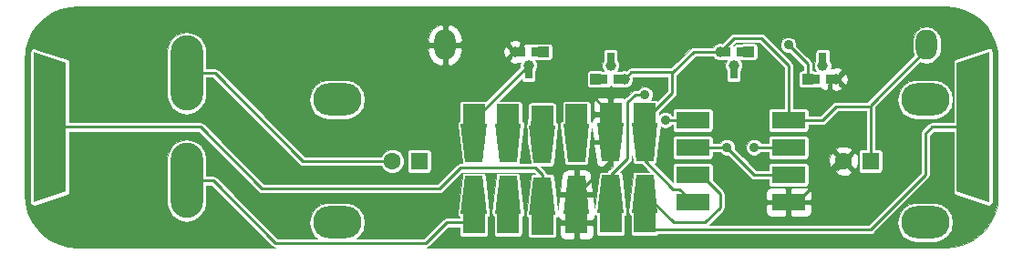
<source format=gtl>
G04 #@! TF.GenerationSoftware,KiCad,Pcbnew,(5.0.1)-3*
G04 #@! TF.CreationDate,2018-12-03T12:15:07+01:00*
G04 #@! TF.ProjectId,drawdio,6472617764696F2E6B696361645F7063,rev?*
G04 #@! TF.SameCoordinates,PX60a6ad0PY525bfc0*
G04 #@! TF.FileFunction,Copper,L1,Top,Signal*
G04 #@! TF.FilePolarity,Positive*
%FSLAX46Y46*%
G04 Gerber Fmt 4.6, Leading zero omitted, Abs format (unit mm)*
G04 Created by KiCad (PCBNEW (5.0.1)-3) date 03/12/2018 12:15:07*
%MOMM*%
%LPD*%
G01*
G04 APERTURE LIST*
G04 #@! TA.AperFunction,SMDPad,CuDef*
%ADD10R,3.100000X1.600000*%
G04 #@! TD*
G04 #@! TA.AperFunction,ComponentPad*
%ADD11R,1.998980X1.998980*%
G04 #@! TD*
G04 #@! TA.AperFunction,SMDPad,CuDef*
%ADD12C,1.986130*%
G04 #@! TD*
G04 #@! TA.AperFunction,Conductor*
%ADD13C,0.150000*%
G04 #@! TD*
G04 #@! TA.AperFunction,ComponentPad*
%ADD14C,1.600000*%
G04 #@! TD*
G04 #@! TA.AperFunction,ComponentPad*
%ADD15R,1.600000X1.600000*%
G04 #@! TD*
G04 #@! TA.AperFunction,ComponentPad*
%ADD16O,4.500000X3.000000*%
G04 #@! TD*
G04 #@! TA.AperFunction,ComponentPad*
%ADD17O,3.000000X7.000000*%
G04 #@! TD*
G04 #@! TA.AperFunction,ComponentPad*
%ADD18C,3.000000*%
G04 #@! TD*
G04 #@! TA.AperFunction,ComponentPad*
%ADD19R,1.000000X1.000000*%
G04 #@! TD*
G04 #@! TA.AperFunction,ComponentPad*
%ADD20C,1.000000*%
G04 #@! TD*
G04 #@! TA.AperFunction,SMDPad,CuDef*
%ADD21R,0.700000X0.900000*%
G04 #@! TD*
G04 #@! TA.AperFunction,ComponentPad*
%ADD22O,2.000000X2.800000*%
G04 #@! TD*
G04 #@! TA.AperFunction,ViaPad*
%ADD23C,0.889000*%
G04 #@! TD*
G04 #@! TA.AperFunction,Conductor*
%ADD24C,0.254000*%
G04 #@! TD*
G04 #@! TA.AperFunction,Conductor*
%ADD25C,0.400000*%
G04 #@! TD*
G04 #@! TA.AperFunction,Conductor*
%ADD26C,0.100000*%
G04 #@! TD*
G04 APERTURE END LIST*
D10*
G04 #@! TO.P,U1,1*
G04 #@! TO.N,GND*
X20320000Y-7620000D03*
G04 #@! TO.P,U1,5*
G04 #@! TO.N,Net-(C2-Pad1)*
X11430000Y0D03*
G04 #@! TO.P,U1,2*
G04 #@! TO.N,Net-(C3-Pad1)*
X20320000Y-5080000D03*
G04 #@! TO.P,U1,6*
X11430000Y-2540000D03*
G04 #@! TO.P,U1,3*
G04 #@! TO.N,Net-(R3-Pad2)*
X20320000Y-2540000D03*
G04 #@! TO.P,U1,7*
G04 #@! TO.N,Net-(P2-Pad1)*
X11430000Y-5080000D03*
G04 #@! TO.P,U1,4*
G04 #@! TO.N,VCC*
X20320000Y0D03*
G04 #@! TO.P,U1,8*
X11430000Y-7620000D03*
G04 #@! TD*
D11*
G04 #@! TO.P,C2,2*
G04 #@! TO.N,GND*
X3810000Y556260D03*
G04 #@! TO.P,C2,1*
G04 #@! TO.N,Net-(C2-Pad1)*
X3810000Y-9446260D03*
D12*
G04 #@! TO.P,C2,2*
G04 #@! TO.N,GND*
X3810000Y-2032000D03*
D13*
G04 #@! TD*
G04 #@! TO.N,GND*
G04 #@! TO.C,C2*
G36*
X2611120Y-281940D02*
X5008880Y-281940D01*
X4610100Y-3782060D01*
X3009900Y-3782060D01*
X2611120Y-281940D01*
X2611120Y-281940D01*
G37*
D12*
G04 #@! TO.P,C2,1*
G04 #@! TO.N,Net-(C2-Pad1)*
X3810000Y-6858000D03*
D13*
G04 #@! TD*
G04 #@! TO.N,Net-(C2-Pad1)*
G04 #@! TO.C,C2*
G36*
X5008880Y-8608060D02*
X2611120Y-8608060D01*
X3009900Y-5107940D01*
X4610100Y-5107940D01*
X5008880Y-8608060D01*
X5008880Y-8608060D01*
G37*
D12*
G04 #@! TO.P,C3,1*
G04 #@! TO.N,Net-(C3-Pad1)*
X635000Y-2110740D03*
D13*
G04 #@! TD*
G04 #@! TO.N,Net-(C3-Pad1)*
G04 #@! TO.C,C3*
G36*
X-563880Y-360680D02*
X1833880Y-360680D01*
X1435100Y-3860800D01*
X-165100Y-3860800D01*
X-563880Y-360680D01*
X-563880Y-360680D01*
G37*
D12*
G04 #@! TO.P,C3,2*
G04 #@! TO.N,GND*
X635000Y-6936740D03*
D13*
G04 #@! TD*
G04 #@! TO.N,GND*
G04 #@! TO.C,C3*
G36*
X1833880Y-8686800D02*
X-563880Y-8686800D01*
X-165100Y-5186680D01*
X1435100Y-5186680D01*
X1833880Y-8686800D01*
X1833880Y-8686800D01*
G37*
D11*
G04 #@! TO.P,C3,1*
G04 #@! TO.N,Net-(C3-Pad1)*
X635000Y477520D03*
G04 #@! TO.P,C3,2*
G04 #@! TO.N,GND*
X635000Y-9525000D03*
G04 #@! TD*
D14*
G04 #@! TO.P,C4,2*
G04 #@! TO.N,Net-(C4-Pad2)*
X-16470000Y-3810000D03*
D15*
G04 #@! TO.P,C4,1*
G04 #@! TO.N,Net-(C4-Pad1)*
X-13970000Y-3810000D03*
G04 #@! TD*
D12*
G04 #@! TO.P,R3,1*
G04 #@! TO.N,Net-(Q1-Pad2)*
X-5715000Y-2110740D03*
D13*
G04 #@! TD*
G04 #@! TO.N,Net-(Q1-Pad2)*
G04 #@! TO.C,R3*
G36*
X-6913880Y-360680D02*
X-4516120Y-360680D01*
X-4914900Y-3860800D01*
X-6515100Y-3860800D01*
X-6913880Y-360680D01*
X-6913880Y-360680D01*
G37*
D12*
G04 #@! TO.P,R3,2*
G04 #@! TO.N,Net-(R3-Pad2)*
X-5715000Y-6936740D03*
D13*
G04 #@! TD*
G04 #@! TO.N,Net-(R3-Pad2)*
G04 #@! TO.C,R3*
G36*
X-4516120Y-8686800D02*
X-6913880Y-8686800D01*
X-6515100Y-5186680D01*
X-4914900Y-5186680D01*
X-4516120Y-8686800D01*
X-4516120Y-8686800D01*
G37*
D11*
G04 #@! TO.P,R3,1*
G04 #@! TO.N,Net-(Q1-Pad2)*
X-5715000Y477520D03*
G04 #@! TO.P,R3,2*
G04 #@! TO.N,Net-(R3-Pad2)*
X-5715000Y-9525000D03*
G04 #@! TD*
D12*
G04 #@! TO.P,R1,1*
G04 #@! TO.N,Net-(P1-Pad1)*
X-2540000Y-7063740D03*
D13*
G04 #@! TD*
G04 #@! TO.N,Net-(P1-Pad1)*
G04 #@! TO.C,R1*
G36*
X-1341120Y-8813800D02*
X-3738880Y-8813800D01*
X-3340100Y-5313680D01*
X-1739900Y-5313680D01*
X-1341120Y-8813800D01*
X-1341120Y-8813800D01*
G37*
D12*
G04 #@! TO.P,R1,2*
G04 #@! TO.N,Net-(C3-Pad1)*
X-2540000Y-2237740D03*
D13*
G04 #@! TD*
G04 #@! TO.N,Net-(C3-Pad1)*
G04 #@! TO.C,R1*
G36*
X-3738880Y-487680D02*
X-1341120Y-487680D01*
X-1739900Y-3987800D01*
X-3340100Y-3987800D01*
X-3738880Y-487680D01*
X-3738880Y-487680D01*
G37*
D11*
G04 #@! TO.P,R1,1*
G04 #@! TO.N,Net-(P1-Pad1)*
X-2540000Y-9652000D03*
G04 #@! TO.P,R1,2*
G04 #@! TO.N,Net-(C3-Pad1)*
X-2540000Y350520D03*
G04 #@! TD*
G04 #@! TO.P,R2,2*
G04 #@! TO.N,Net-(P2-Pad1)*
X6985000Y-9446260D03*
G04 #@! TO.P,R2,1*
G04 #@! TO.N,VCC*
X6985000Y556260D03*
D12*
G04 #@! TO.P,R2,2*
G04 #@! TO.N,Net-(P2-Pad1)*
X6985000Y-6858000D03*
D13*
G04 #@! TD*
G04 #@! TO.N,Net-(P2-Pad1)*
G04 #@! TO.C,R2*
G36*
X8183880Y-8608060D02*
X5786120Y-8608060D01*
X6184900Y-5107940D01*
X7785100Y-5107940D01*
X8183880Y-8608060D01*
X8183880Y-8608060D01*
G37*
D12*
G04 #@! TO.P,R2,1*
G04 #@! TO.N,VCC*
X6985000Y-2032000D03*
D13*
G04 #@! TD*
G04 #@! TO.N,VCC*
G04 #@! TO.C,R2*
G36*
X5786120Y-281940D02*
X8183880Y-281940D01*
X7785100Y-3782060D01*
X6184900Y-3782060D01*
X5786120Y-281940D01*
X5786120Y-281940D01*
G37*
D11*
G04 #@! TO.P,R4,2*
G04 #@! TO.N,Net-(P4-Pad2)*
X-8890000Y-9525000D03*
G04 #@! TO.P,R4,1*
G04 #@! TO.N,Net-(Q3-Pad2)*
X-8890000Y477520D03*
D12*
G04 #@! TO.P,R4,2*
G04 #@! TO.N,Net-(P4-Pad2)*
X-8890000Y-6936740D03*
D13*
G04 #@! TD*
G04 #@! TO.N,Net-(P4-Pad2)*
G04 #@! TO.C,R4*
G36*
X-7691120Y-8686800D02*
X-10088880Y-8686800D01*
X-9690100Y-5186680D01*
X-8089900Y-5186680D01*
X-7691120Y-8686800D01*
X-7691120Y-8686800D01*
G37*
D12*
G04 #@! TO.P,R4,1*
G04 #@! TO.N,Net-(Q3-Pad2)*
X-8890000Y-2110740D03*
D13*
G04 #@! TD*
G04 #@! TO.N,Net-(Q3-Pad2)*
G04 #@! TO.C,R4*
G36*
X-10088880Y-360680D02*
X-7691120Y-360680D01*
X-8089900Y-3860800D01*
X-9690100Y-3860800D01*
X-10088880Y-360680D01*
X-10088880Y-360680D01*
G37*
D16*
G04 #@! TO.P,REF\002A\002A,1*
G04 #@! TO.N,N/C*
X-21590000Y1905000D03*
G04 #@! TD*
G04 #@! TO.P,REF\002A\002A,1*
G04 #@! TO.N,N/C*
X-21590000Y-9525000D03*
G04 #@! TD*
G04 #@! TO.P,REF\002A\002A,1*
G04 #@! TO.N,N/C*
X33020000Y1905000D03*
G04 #@! TD*
D17*
G04 #@! TO.P,P4,1*
G04 #@! TO.N,Net-(C4-Pad2)*
X-35560000Y4365000D03*
G04 #@! TO.P,P4,2*
G04 #@! TO.N,Net-(P4-Pad2)*
X-35560000Y-5635000D03*
G04 #@! TD*
D18*
G04 #@! TO.P,P2,1*
G04 #@! TO.N,Net-(P2-Pad1)*
X37465000Y-635000D03*
D13*
G04 #@! TD*
G04 #@! TO.N,Net-(P2-Pad1)*
G04 #@! TO.C,P2*
G36*
X38965000Y-7635000D02*
X35965000Y-6635000D01*
X35965000Y5365000D01*
X38965000Y6365000D01*
X38965000Y-7635000D01*
X38965000Y-7635000D01*
G37*
D18*
G04 #@! TO.P,P1,1*
G04 #@! TO.N,Net-(P1-Pad1)*
X-48260000Y-635000D03*
D13*
G04 #@! TD*
G04 #@! TO.N,Net-(P1-Pad1)*
G04 #@! TO.C,P1*
G36*
X-49760000Y6365000D02*
X-46760000Y5365000D01*
X-46760000Y-6635000D01*
X-49760000Y-7635000D01*
X-49760000Y6365000D01*
X-49760000Y6365000D01*
G37*
D16*
G04 #@! TO.P,REF\002A\002A,1*
G04 #@! TO.N,N/C*
X33020000Y-9525000D03*
G04 #@! TD*
D14*
G04 #@! TO.P,C1,2*
G04 #@! TO.N,GND*
X25440000Y-3810000D03*
D15*
G04 #@! TO.P,C1,1*
G04 #@! TO.N,VCC*
X27940000Y-3810000D03*
G04 #@! TD*
D19*
G04 #@! TO.P,Q1,1*
G04 #@! TO.N,Net-(P4-Pad2)*
X16637000Y6350000D03*
D20*
G04 #@! TO.P,Q1,3*
G04 #@! TO.N,VCC*
X13970000Y6350000D03*
G04 #@! TO.P,Q1,2*
G04 #@! TO.N,Net-(Q1-Pad2)*
X15240000Y5080000D03*
D21*
G04 #@! TO.P,Q1,1*
G04 #@! TO.N,Net-(P4-Pad2)*
X15875000Y6350000D03*
G04 #@! TO.P,Q1,3*
G04 #@! TO.N,VCC*
X14605000Y6350000D03*
G04 #@! TO.P,Q1,2*
G04 #@! TO.N,Net-(Q1-Pad2)*
X15240000Y4318000D03*
G04 #@! TD*
G04 #@! TO.P,Q2,2*
G04 #@! TO.N,Net-(Q1-Pad2)*
X23495000Y5842000D03*
G04 #@! TO.P,Q2,3*
G04 #@! TO.N,GND*
X24130000Y3810000D03*
G04 #@! TO.P,Q2,1*
G04 #@! TO.N,Net-(P4-Pad2)*
X22860000Y3810000D03*
D20*
G04 #@! TO.P,Q2,2*
G04 #@! TO.N,Net-(Q1-Pad2)*
X23495000Y5080000D03*
G04 #@! TO.P,Q2,3*
G04 #@! TO.N,GND*
X24765000Y3810000D03*
D19*
G04 #@! TO.P,Q2,1*
G04 #@! TO.N,Net-(P4-Pad2)*
X22098000Y3810000D03*
G04 #@! TD*
G04 #@! TO.P,Q3,1*
G04 #@! TO.N,Net-(C4-Pad1)*
X2413000Y3810000D03*
D20*
G04 #@! TO.P,Q3,3*
G04 #@! TO.N,VCC*
X5080000Y3810000D03*
G04 #@! TO.P,Q3,2*
G04 #@! TO.N,Net-(Q3-Pad2)*
X3810000Y5080000D03*
D21*
G04 #@! TO.P,Q3,1*
G04 #@! TO.N,Net-(C4-Pad1)*
X3175000Y3810000D03*
G04 #@! TO.P,Q3,3*
G04 #@! TO.N,VCC*
X4445000Y3810000D03*
G04 #@! TO.P,Q3,2*
G04 #@! TO.N,Net-(Q3-Pad2)*
X3810000Y5842000D03*
G04 #@! TD*
G04 #@! TO.P,Q4,2*
G04 #@! TO.N,Net-(Q3-Pad2)*
X-3810000Y4318000D03*
G04 #@! TO.P,Q4,3*
G04 #@! TO.N,GND*
X-4445000Y6350000D03*
G04 #@! TO.P,Q4,1*
G04 #@! TO.N,Net-(C4-Pad1)*
X-3175000Y6350000D03*
D20*
G04 #@! TO.P,Q4,2*
G04 #@! TO.N,Net-(Q3-Pad2)*
X-3810000Y5080000D03*
G04 #@! TO.P,Q4,3*
G04 #@! TO.N,GND*
X-5080000Y6350000D03*
D19*
G04 #@! TO.P,Q4,1*
G04 #@! TO.N,Net-(C4-Pad1)*
X-2413000Y6350000D03*
G04 #@! TD*
D22*
G04 #@! TO.P,BT1,1*
G04 #@! TO.N,VCC*
X33145000Y6985000D03*
G04 #@! TO.P,BT1,2*
G04 #@! TO.N,GND*
X-11555000Y6985000D03*
G04 #@! TD*
D23*
G04 #@! TO.N,GND*
X16510000Y-7620000D03*
G04 #@! TO.N,Net-(C2-Pad1)*
X6985000Y2349490D03*
X8890000Y0D03*
G04 #@! TO.N,Net-(P4-Pad2)*
X20320000Y6985000D03*
G04 #@! TO.N,Net-(C3-Pad1)*
X14605000Y-2540000D03*
G04 #@! TO.N,Net-(R3-Pad2)*
X17145000Y-2540000D03*
G04 #@! TD*
D24*
G04 #@! TO.N,GND*
X20320000Y-7620000D02*
X19570000Y-7620000D01*
X3810000Y-697230D02*
X3810000Y556260D01*
X-5715000Y6985000D02*
X-5080000Y6350000D01*
X-11555000Y6985000D02*
X-5715000Y6985000D01*
X635000Y-8271510D02*
X635000Y-9525000D01*
X635000Y-6936740D02*
X635000Y-8271510D01*
X3810000Y-3761740D02*
X635000Y-6936740D01*
X3810000Y556260D02*
X3810000Y-3761740D01*
X24880000Y-3810000D02*
X25440000Y-3810000D01*
X21070000Y-7620000D02*
X24880000Y-3810000D01*
X20320000Y-7620000D02*
X21070000Y-7620000D01*
X20320000Y-7620000D02*
X16510000Y-7620000D01*
X635000Y3731260D02*
X3810000Y556260D01*
X635000Y4987802D02*
X635000Y3731260D01*
X-1608199Y7231001D02*
X635000Y4987802D01*
X-5080000Y6350000D02*
X-4198999Y7231001D01*
X-4198999Y7231001D02*
X-1608199Y7231001D01*
X-5080000Y6350000D02*
X-4445000Y6350000D01*
X24765000Y3810000D02*
X24130000Y3810000D01*
D25*
G04 #@! TO.N,VCC*
X6985000Y556260D02*
X6985000Y-2940000D01*
X11665000Y-7620000D02*
X12065000Y-7620000D01*
D24*
X7620000Y1191260D02*
X6985000Y556260D01*
X6985000Y-697230D02*
X6985000Y556260D01*
X27940000Y-2756000D02*
X27940000Y-3810000D01*
X33145000Y6585000D02*
X27940000Y1380000D01*
X33145000Y6985000D02*
X33145000Y6585000D01*
X20320000Y0D02*
X23495000Y0D01*
X24765000Y1270000D02*
X27940000Y1270000D01*
X23495000Y0D02*
X24765000Y1270000D01*
X27940000Y1380000D02*
X27940000Y1270000D01*
X27940000Y1270000D02*
X27940000Y-2756000D01*
X10680000Y-7620000D02*
X11430000Y-7620000D01*
X10220008Y-6410008D02*
X11430000Y-7620000D01*
X9626000Y-6410008D02*
X10220008Y-6410008D01*
X6985000Y556260D02*
X6985000Y-3769008D01*
X6985000Y-3769008D02*
X9626000Y-6410008D01*
X13262894Y6350000D02*
X13970000Y6350000D01*
X11525250Y6350000D02*
X13262894Y6350000D01*
X9620250Y4445000D02*
X11525250Y6350000D01*
X5080000Y3810000D02*
X5715000Y4445000D01*
X5715000Y4445000D02*
X9620250Y4445000D01*
X9525000Y2540000D02*
X9525000Y4349750D01*
X6985000Y556260D02*
X7541260Y556260D01*
X9525000Y4349750D02*
X9620250Y4445000D01*
X7541260Y556260D02*
X9525000Y2540000D01*
X5080000Y3810000D02*
X4445000Y3810000D01*
X13970000Y6350000D02*
X14605000Y6350000D01*
X20320000Y1054000D02*
X20320000Y0D01*
X20320000Y5080000D02*
X20320000Y1054000D01*
X17780000Y7620000D02*
X20320000Y5080000D01*
X13970000Y6350000D02*
X15240000Y7620000D01*
X15240000Y7620000D02*
X17780000Y7620000D01*
G04 #@! TO.N,Net-(C4-Pad2)*
X-34210000Y5715000D02*
X-35560000Y4365000D01*
X-17601370Y-3810000D02*
X-16470000Y-3810000D01*
X-24765000Y-3810000D02*
X-17601370Y-3810000D01*
X-35560000Y4365000D02*
X-32940000Y4365000D01*
X-32940000Y4365000D02*
X-24765000Y-3810000D01*
G04 #@! TO.N,Net-(C4-Pad1)*
X2413000Y3810000D02*
X3175000Y3810000D01*
G04 #@! TO.N,Net-(P1-Pad1)*
X-2540000Y-5080000D02*
X-2540000Y-7063740D01*
X-34290000Y-635000D02*
X-28575000Y-6350000D01*
X-48260000Y-635000D02*
X-34290000Y-635000D01*
X-3175000Y-4445000D02*
X-2540000Y-5080000D01*
X-28575000Y-6350000D02*
X-12065000Y-6350000D01*
X-12065000Y-6350000D02*
X-10160000Y-4445000D01*
X-10160000Y-4445000D02*
X-3175000Y-4445000D01*
X-2540000Y-9652000D02*
X-2540000Y-7063740D01*
G04 #@! TO.N,Net-(Q1-Pad2)*
X-5715000Y477520D02*
X-5715000Y-2024732D01*
X15240000Y5080000D02*
X15240000Y4318000D01*
X23495000Y5080000D02*
X23495000Y5842000D01*
G04 #@! TO.N,Net-(Q3-Pad2)*
X-8412480Y477520D02*
X-8890000Y477520D01*
X-3810000Y5080000D02*
X-8412480Y477520D01*
X-8890000Y477520D02*
X-8890000Y-2110740D01*
X3810000Y5080000D02*
X3810000Y5842000D01*
X-3810000Y5080000D02*
X-3810000Y4318000D01*
G04 #@! TO.N,Net-(C2-Pad1)*
X12484000Y0D02*
X10611000Y0D01*
X10611000Y0D02*
X12065000Y0D01*
X6985000Y2540000D02*
X6985000Y2540000D01*
X5389890Y1645932D02*
X6093448Y2349490D01*
X6356383Y2349490D02*
X6985000Y2349490D01*
X5389890Y-3541102D02*
X5389890Y1645932D01*
X3810000Y-5120992D02*
X5389890Y-3541102D01*
X3810000Y-9446260D02*
X3810000Y-5120992D01*
X6093448Y2349490D02*
X6356383Y2349490D01*
X8890000Y0D02*
X11430000Y0D01*
G04 #@! TO.N,Net-(P4-Pad2)*
X-8890000Y-9525000D02*
X-8890000Y-7022748D01*
X22098000Y3810000D02*
X22098000Y5207000D01*
X22098000Y5207000D02*
X20320000Y6985000D01*
X-33100000Y-5635000D02*
X-27328990Y-11406010D01*
X-35560000Y-5635000D02*
X-33100000Y-5635000D01*
X-27328990Y-11406010D02*
X-13311010Y-11406010D01*
X-13311010Y-11406010D02*
X-11430000Y-9525000D01*
X-11430000Y-9525000D02*
X-8890000Y-9525000D01*
X15875000Y6350000D02*
X16637000Y6350000D01*
X22098000Y3810000D02*
X22860000Y3810000D01*
G04 #@! TO.N,Net-(C3-Pad1)*
X-3556000Y-127000D02*
X-3556000Y-2024000D01*
X508000Y350520D02*
X635000Y477520D01*
X14605000Y-2540000D02*
X14605000Y-2540000D01*
X20320000Y-5080000D02*
X17145000Y-5080000D01*
X11430000Y-2540000D02*
X14605000Y-2540000D01*
X15049499Y-2984499D02*
X14605000Y-2540000D01*
X17145000Y-5080000D02*
X15049499Y-2984499D01*
X-2540000Y350520D02*
X-2540000Y-2237740D01*
X635000Y477520D02*
X635000Y-2110740D01*
G04 #@! TO.N,Net-(P2-Pad1)*
X6985000Y-9446260D02*
X6985000Y-6858000D01*
X33020000Y-1270000D02*
X33655000Y-635000D01*
X27940000Y-10160000D02*
X33020000Y-5080000D01*
X33020000Y-5080000D02*
X33020000Y-1270000D01*
X6985000Y-9446260D02*
X7698740Y-10160000D01*
X33655000Y-635000D02*
X37465000Y-635000D01*
X7698740Y-10160000D02*
X27940000Y-10160000D01*
X6985000Y-6858000D02*
X9652000Y-9525000D01*
X12560802Y-9525000D02*
X13970000Y-8115802D01*
X9652000Y-9525000D02*
X12560802Y-9525000D01*
X12180000Y-5080000D02*
X11430000Y-5080000D01*
X13970000Y-6870000D02*
X12180000Y-5080000D01*
X13970000Y-8115802D02*
X13970000Y-6870000D01*
G04 #@! TO.N,Net-(R3-Pad2)*
X20085000Y-2540000D02*
X19685000Y-2540000D01*
X17145000Y-2540000D02*
X20320000Y-2540000D01*
X-5715000Y-9525000D02*
X-5715000Y-6936740D01*
G04 #@! TD*
D26*
G04 #@! TO.N,GND*
G36*
X35784589Y10492390D02*
X36617003Y10264667D01*
X37395940Y9893132D01*
X38096777Y9389531D01*
X38697347Y8769789D01*
X39178686Y8053483D01*
X39525569Y7263262D01*
X39727447Y6422375D01*
X39780000Y5706747D01*
X39780001Y-6974970D01*
X39702390Y-7844584D01*
X39474668Y-8677001D01*
X39103131Y-9455943D01*
X38599533Y-10156774D01*
X37979789Y-10757348D01*
X37263481Y-11238687D01*
X36473262Y-11585569D01*
X35632375Y-11787447D01*
X34916746Y-11840000D01*
X-13283601Y-11840000D01*
X-13268569Y-11837010D01*
X-13268565Y-11837010D01*
X-13142842Y-11812002D01*
X-13000277Y-11716743D01*
X-12976232Y-11680757D01*
X-11251474Y-9956000D01*
X-10199445Y-9956000D01*
X-10199445Y-10524490D01*
X-10175851Y-10643105D01*
X-10108661Y-10743661D01*
X-10008105Y-10810851D01*
X-9889490Y-10834445D01*
X-7890510Y-10834445D01*
X-7771895Y-10810851D01*
X-7671339Y-10743661D01*
X-7604149Y-10643105D01*
X-7580555Y-10524490D01*
X-7580555Y-8968161D01*
X-7540851Y-8957893D01*
X-7448547Y-8879752D01*
X-7393172Y-8772236D01*
X-7383157Y-8651713D01*
X-7221843Y-8651713D01*
X-7200241Y-8805415D01*
X-7133051Y-8905971D01*
X-7032495Y-8973161D01*
X-7024445Y-8974762D01*
X-7024445Y-10524490D01*
X-7000851Y-10643105D01*
X-6933661Y-10743661D01*
X-6833105Y-10810851D01*
X-6714490Y-10834445D01*
X-4715510Y-10834445D01*
X-4596895Y-10810851D01*
X-4496339Y-10743661D01*
X-4429149Y-10643105D01*
X-4405555Y-10524490D01*
X-4405555Y-8968161D01*
X-4365851Y-8957893D01*
X-4273547Y-8879752D01*
X-4218172Y-8772236D01*
X-4208157Y-8651713D01*
X-4606937Y-5151593D01*
X-4628539Y-5068065D01*
X-4695729Y-4967509D01*
X-4796285Y-4900319D01*
X-4914900Y-4876725D01*
X-6515100Y-4876725D01*
X-6600536Y-4888732D01*
X-6708052Y-4944107D01*
X-6786193Y-5036411D01*
X-6823063Y-5151593D01*
X-7221843Y-8651713D01*
X-7383157Y-8651713D01*
X-7781937Y-5151593D01*
X-7803539Y-5068065D01*
X-7870729Y-4967509D01*
X-7971285Y-4900319D01*
X-8089900Y-4876725D01*
X-9690100Y-4876725D01*
X-9775536Y-4888732D01*
X-9883052Y-4944107D01*
X-9961193Y-5036411D01*
X-9998063Y-5151593D01*
X-10396843Y-8651713D01*
X-10375241Y-8805415D01*
X-10308051Y-8905971D01*
X-10207495Y-8973161D01*
X-10199445Y-8974762D01*
X-10199445Y-9094000D01*
X-11387559Y-9094000D01*
X-11430000Y-9085558D01*
X-11472441Y-9094000D01*
X-11472445Y-9094000D01*
X-11598168Y-9119008D01*
X-11740733Y-9214267D01*
X-11764776Y-9250250D01*
X-13489535Y-10975010D01*
X-19762980Y-10975010D01*
X-19539389Y-10825611D01*
X-19140670Y-10228886D01*
X-19000658Y-9525000D01*
X-19140670Y-8821114D01*
X-19539389Y-8224389D01*
X-20136114Y-7825670D01*
X-20662324Y-7721000D01*
X-22517676Y-7721000D01*
X-23043886Y-7825670D01*
X-23640611Y-8224389D01*
X-24039330Y-8821114D01*
X-24179342Y-9525000D01*
X-24039330Y-10228886D01*
X-23640611Y-10825611D01*
X-23417020Y-10975010D01*
X-27150464Y-10975010D01*
X-32765222Y-5360253D01*
X-32789267Y-5324267D01*
X-32931832Y-5229008D01*
X-33057555Y-5204000D01*
X-33057559Y-5204000D01*
X-33100000Y-5195558D01*
X-33142441Y-5204000D01*
X-33756000Y-5204000D01*
X-33756000Y-3457324D01*
X-33860670Y-2931114D01*
X-34259389Y-2334389D01*
X-34856115Y-1935670D01*
X-35560000Y-1795658D01*
X-36263886Y-1935670D01*
X-36860611Y-2334389D01*
X-37259330Y-2931115D01*
X-37364000Y-3457325D01*
X-37363999Y-7812676D01*
X-37259329Y-8338886D01*
X-36860610Y-8935611D01*
X-36263885Y-9334330D01*
X-35560000Y-9474342D01*
X-34856114Y-9334330D01*
X-34259389Y-8935611D01*
X-33860670Y-8338886D01*
X-33756000Y-7812676D01*
X-33756000Y-6066000D01*
X-33278525Y-6066000D01*
X-27663766Y-11680760D01*
X-27639723Y-11716743D01*
X-27497158Y-11812002D01*
X-27371435Y-11837010D01*
X-27356404Y-11840000D01*
X-45709982Y-11840000D01*
X-46579584Y-11762390D01*
X-47412001Y-11534668D01*
X-48190943Y-11163131D01*
X-48891774Y-10659533D01*
X-49492348Y-10039789D01*
X-49973687Y-9323481D01*
X-50320569Y-8533262D01*
X-50522447Y-7692375D01*
X-50575000Y-6976746D01*
X-50575000Y5704982D01*
X-50516096Y6365000D01*
X-50069955Y6365000D01*
X-50069955Y-7635000D01*
X-50054049Y-7733016D01*
X-49994157Y-7838083D01*
X-49898616Y-7912232D01*
X-49781972Y-7944175D01*
X-49661984Y-7929049D01*
X-46661984Y-6929049D01*
X-46540829Y-6854171D01*
X-46473639Y-6753615D01*
X-46450045Y-6635000D01*
X-46450045Y-1066000D01*
X-34468525Y-1066000D01*
X-28909776Y-6624750D01*
X-28885733Y-6660733D01*
X-28743168Y-6755992D01*
X-28617445Y-6781000D01*
X-28575000Y-6789443D01*
X-28532555Y-6781000D01*
X-12107441Y-6781000D01*
X-12065000Y-6789442D01*
X-12022559Y-6781000D01*
X-12022555Y-6781000D01*
X-11896832Y-6755992D01*
X-11754267Y-6660733D01*
X-11730222Y-6624747D01*
X-9981474Y-4876000D01*
X-3353525Y-4876000D01*
X-3225800Y-5003725D01*
X-3340100Y-5003725D01*
X-3425536Y-5015732D01*
X-3533052Y-5071107D01*
X-3611193Y-5163411D01*
X-3648063Y-5278593D01*
X-4046843Y-8778713D01*
X-4025241Y-8932415D01*
X-3958051Y-9032971D01*
X-3857495Y-9100161D01*
X-3849445Y-9101762D01*
X-3849445Y-10651490D01*
X-3825851Y-10770105D01*
X-3758661Y-10870661D01*
X-3658105Y-10937851D01*
X-3539490Y-10961445D01*
X-1540510Y-10961445D01*
X-1421895Y-10937851D01*
X-1321339Y-10870661D01*
X-1254149Y-10770105D01*
X-1230555Y-10651490D01*
X-1230555Y-9868500D01*
X-922490Y-9868500D01*
X-922490Y-10635483D01*
X-837540Y-10840572D01*
X-680572Y-10997539D01*
X-475483Y-11082490D01*
X291500Y-11082490D01*
X431000Y-10942990D01*
X431000Y-9729000D01*
X839000Y-9729000D01*
X839000Y-10942990D01*
X978500Y-11082490D01*
X1745483Y-11082490D01*
X1950572Y-10997539D01*
X2107540Y-10840572D01*
X2192490Y-10635483D01*
X2192490Y-9868500D01*
X2052990Y-9729000D01*
X839000Y-9729000D01*
X431000Y-9729000D01*
X-782990Y-9729000D01*
X-922490Y-9868500D01*
X-1230555Y-9868500D01*
X-1230555Y-9095161D01*
X-1190851Y-9084893D01*
X-1098547Y-9006752D01*
X-1064877Y-8941378D01*
X-966175Y-9089095D01*
X-922490Y-9118284D01*
X-922490Y-9181500D01*
X-782990Y-9321000D01*
X431000Y-9321000D01*
X431000Y-7140740D01*
X839000Y-7140740D01*
X839000Y-9321000D01*
X2052990Y-9321000D01*
X2192490Y-9181500D01*
X2192490Y-9114314D01*
X2279129Y-9040969D01*
X2380771Y-8843620D01*
X2383219Y-8814165D01*
X2391949Y-8827231D01*
X2492505Y-8894421D01*
X2500555Y-8896022D01*
X2500555Y-10445750D01*
X2524149Y-10564365D01*
X2591339Y-10664921D01*
X2691895Y-10732111D01*
X2810510Y-10755705D01*
X4809490Y-10755705D01*
X4928105Y-10732111D01*
X5028661Y-10664921D01*
X5095851Y-10564365D01*
X5119445Y-10445750D01*
X5119445Y-8889421D01*
X5159149Y-8879153D01*
X5251453Y-8801012D01*
X5306828Y-8693496D01*
X5316843Y-8572973D01*
X4918063Y-5072853D01*
X4896461Y-4989325D01*
X4829271Y-4888769D01*
X4728715Y-4821579D01*
X4720560Y-4819957D01*
X5664640Y-3875878D01*
X5700623Y-3851835D01*
X5795882Y-3709270D01*
X5820890Y-3583547D01*
X5820890Y-3583543D01*
X5829332Y-3541102D01*
X5820890Y-3498661D01*
X5820890Y-3325219D01*
X5876937Y-3817147D01*
X5898539Y-3900675D01*
X5965729Y-4001231D01*
X6066285Y-4068421D01*
X6184900Y-4092015D01*
X6692637Y-4092015D01*
X6710251Y-4103784D01*
X7404452Y-4797985D01*
X6184900Y-4797985D01*
X6099464Y-4809992D01*
X5991948Y-4865367D01*
X5913807Y-4957671D01*
X5876937Y-5072853D01*
X5478157Y-8572973D01*
X5499759Y-8726675D01*
X5566949Y-8827231D01*
X5667505Y-8894421D01*
X5675555Y-8896022D01*
X5675555Y-10445750D01*
X5699149Y-10564365D01*
X5766339Y-10664921D01*
X5866895Y-10732111D01*
X5985510Y-10755705D01*
X7984490Y-10755705D01*
X8103105Y-10732111D01*
X8203661Y-10664921D01*
X8253054Y-10591000D01*
X27897559Y-10591000D01*
X27940000Y-10599442D01*
X27982441Y-10591000D01*
X27982445Y-10591000D01*
X28108168Y-10565992D01*
X28250733Y-10470733D01*
X28274778Y-10434747D01*
X29184525Y-9525000D01*
X30430658Y-9525000D01*
X30570670Y-10228886D01*
X30969389Y-10825611D01*
X31566114Y-11224330D01*
X32092324Y-11329000D01*
X33947676Y-11329000D01*
X34473886Y-11224330D01*
X35070611Y-10825611D01*
X35469330Y-10228886D01*
X35609342Y-9525000D01*
X35469330Y-8821114D01*
X35070611Y-8224389D01*
X34473886Y-7825670D01*
X33947676Y-7721000D01*
X32092324Y-7721000D01*
X31566114Y-7825670D01*
X30969389Y-8224389D01*
X30570670Y-8821114D01*
X30430658Y-9525000D01*
X29184525Y-9525000D01*
X33294750Y-5414776D01*
X33330733Y-5390733D01*
X33425992Y-5248168D01*
X33451000Y-5122445D01*
X33451000Y-5122441D01*
X33459442Y-5080000D01*
X33451000Y-5037559D01*
X33451000Y-1448525D01*
X33833526Y-1066000D01*
X35655045Y-1066000D01*
X35655045Y-6635000D01*
X35687768Y-6773616D01*
X35761917Y-6869157D01*
X35866984Y-6929049D01*
X38866984Y-7929049D01*
X38965000Y-7944955D01*
X39083615Y-7921361D01*
X39184171Y-7854171D01*
X39251361Y-7753615D01*
X39274955Y-7635000D01*
X39274955Y6365000D01*
X39259049Y6463016D01*
X39199157Y6568083D01*
X39103616Y6642232D01*
X38986972Y6674175D01*
X38866984Y6659049D01*
X35866984Y5659049D01*
X35745829Y5584171D01*
X35678639Y5483615D01*
X35655045Y5365000D01*
X35655045Y-204000D01*
X33697445Y-204000D01*
X33655000Y-195557D01*
X33612555Y-204000D01*
X33486832Y-229008D01*
X33344267Y-324267D01*
X33320224Y-360251D01*
X32745251Y-935224D01*
X32709268Y-959267D01*
X32624347Y-1086361D01*
X32614008Y-1101834D01*
X32580558Y-1270000D01*
X32589001Y-1312446D01*
X32589000Y-4901474D01*
X27761475Y-9729000D01*
X12966327Y-9729000D01*
X14244750Y-8450578D01*
X14280733Y-8426535D01*
X14375992Y-8283970D01*
X14401000Y-8158247D01*
X14401000Y-8158243D01*
X14409442Y-8115802D01*
X14401000Y-8073361D01*
X14401000Y-7963500D01*
X18212000Y-7963500D01*
X18212000Y-8530993D01*
X18296951Y-8736082D01*
X18453918Y-8893050D01*
X18659007Y-8978000D01*
X19976500Y-8978000D01*
X20116000Y-8838500D01*
X20116000Y-7824000D01*
X20524000Y-7824000D01*
X20524000Y-8838500D01*
X20663500Y-8978000D01*
X21980993Y-8978000D01*
X22186082Y-8893050D01*
X22343049Y-8736082D01*
X22428000Y-8530993D01*
X22428000Y-7963500D01*
X22288500Y-7824000D01*
X20524000Y-7824000D01*
X20116000Y-7824000D01*
X18351500Y-7824000D01*
X18212000Y-7963500D01*
X14401000Y-7963500D01*
X14401000Y-6912440D01*
X14409442Y-6869999D01*
X14401000Y-6827558D01*
X14401000Y-6827555D01*
X14377420Y-6709007D01*
X18212000Y-6709007D01*
X18212000Y-7276500D01*
X18351500Y-7416000D01*
X20116000Y-7416000D01*
X20116000Y-6401500D01*
X20524000Y-6401500D01*
X20524000Y-7416000D01*
X22288500Y-7416000D01*
X22428000Y-7276500D01*
X22428000Y-6709007D01*
X22343049Y-6503918D01*
X22186082Y-6346950D01*
X21980993Y-6262000D01*
X20663500Y-6262000D01*
X20524000Y-6401500D01*
X20116000Y-6401500D01*
X19976500Y-6262000D01*
X18659007Y-6262000D01*
X18453918Y-6346950D01*
X18296951Y-6503918D01*
X18212000Y-6709007D01*
X14377420Y-6709007D01*
X14375992Y-6701832D01*
X14280733Y-6559267D01*
X14244750Y-6535224D01*
X13289955Y-5580430D01*
X13289955Y-4280000D01*
X13266361Y-4161385D01*
X13199171Y-4060829D01*
X13098615Y-3993639D01*
X12980000Y-3970045D01*
X9880000Y-3970045D01*
X9761385Y-3993639D01*
X9660829Y-4060829D01*
X9593639Y-4161385D01*
X9570045Y-4280000D01*
X9570045Y-5744527D01*
X7893631Y-4068113D01*
X7978052Y-4024633D01*
X8056193Y-3932329D01*
X8093063Y-3817147D01*
X8329719Y-1740000D01*
X9570045Y-1740000D01*
X9570045Y-3340000D01*
X9593639Y-3458615D01*
X9660829Y-3559171D01*
X9761385Y-3626361D01*
X9880000Y-3649955D01*
X12980000Y-3649955D01*
X13098615Y-3626361D01*
X13199171Y-3559171D01*
X13266361Y-3458615D01*
X13289955Y-3340000D01*
X13289955Y-2971000D01*
X13977461Y-2971000D01*
X14181009Y-3174548D01*
X14456114Y-3288500D01*
X14743974Y-3288500D01*
X14774749Y-3319275D01*
X14774752Y-3319277D01*
X16810223Y-5354749D01*
X16834267Y-5390733D01*
X16976832Y-5485992D01*
X17102555Y-5511000D01*
X17102559Y-5511000D01*
X17145000Y-5519442D01*
X17187441Y-5511000D01*
X18460045Y-5511000D01*
X18460045Y-5880000D01*
X18483639Y-5998615D01*
X18550829Y-6099171D01*
X18651385Y-6166361D01*
X18770000Y-6189955D01*
X21870000Y-6189955D01*
X21988615Y-6166361D01*
X22089171Y-6099171D01*
X22156361Y-5998615D01*
X22179955Y-5880000D01*
X22179955Y-4822774D01*
X24715725Y-4822774D01*
X24800070Y-5037852D01*
X25318661Y-5189278D01*
X25855724Y-5130721D01*
X26079930Y-5037852D01*
X26164275Y-4822774D01*
X25440000Y-4098500D01*
X24715725Y-4822774D01*
X22179955Y-4822774D01*
X22179955Y-4280000D01*
X22156361Y-4161385D01*
X22089171Y-4060829D01*
X21988615Y-3993639D01*
X21870000Y-3970045D01*
X18770000Y-3970045D01*
X18651385Y-3993639D01*
X18550829Y-4060829D01*
X18483639Y-4161385D01*
X18460045Y-4280000D01*
X18460045Y-4649000D01*
X17323526Y-4649000D01*
X16363187Y-3688661D01*
X24060722Y-3688661D01*
X24119279Y-4225724D01*
X24212148Y-4449930D01*
X24427226Y-4534275D01*
X25151500Y-3810000D01*
X25728500Y-3810000D01*
X26452774Y-4534275D01*
X26667852Y-4449930D01*
X26819278Y-3931339D01*
X26760721Y-3394276D01*
X26667852Y-3170070D01*
X26452774Y-3085725D01*
X25728500Y-3810000D01*
X25151500Y-3810000D01*
X24427226Y-3085725D01*
X24212148Y-3170070D01*
X24060722Y-3688661D01*
X16363187Y-3688661D01*
X15384277Y-2709752D01*
X15384275Y-2709749D01*
X15353500Y-2678974D01*
X15353500Y-2391114D01*
X16396500Y-2391114D01*
X16396500Y-2688886D01*
X16510452Y-2963991D01*
X16721009Y-3174548D01*
X16996114Y-3288500D01*
X17293886Y-3288500D01*
X17568991Y-3174548D01*
X17772539Y-2971000D01*
X18460045Y-2971000D01*
X18460045Y-3340000D01*
X18483639Y-3458615D01*
X18550829Y-3559171D01*
X18651385Y-3626361D01*
X18770000Y-3649955D01*
X21870000Y-3649955D01*
X21988615Y-3626361D01*
X22089171Y-3559171D01*
X22156361Y-3458615D01*
X22179955Y-3340000D01*
X22179955Y-2797226D01*
X24715725Y-2797226D01*
X25440000Y-3521500D01*
X26164275Y-2797226D01*
X26079930Y-2582148D01*
X25561339Y-2430722D01*
X25024276Y-2489279D01*
X24800070Y-2582148D01*
X24715725Y-2797226D01*
X22179955Y-2797226D01*
X22179955Y-1740000D01*
X22156361Y-1621385D01*
X22089171Y-1520829D01*
X21988615Y-1453639D01*
X21870000Y-1430045D01*
X18770000Y-1430045D01*
X18651385Y-1453639D01*
X18550829Y-1520829D01*
X18483639Y-1621385D01*
X18460045Y-1740000D01*
X18460045Y-2109000D01*
X17772539Y-2109000D01*
X17568991Y-1905452D01*
X17293886Y-1791500D01*
X16996114Y-1791500D01*
X16721009Y-1905452D01*
X16510452Y-2116009D01*
X16396500Y-2391114D01*
X15353500Y-2391114D01*
X15239548Y-2116009D01*
X15028991Y-1905452D01*
X14753886Y-1791500D01*
X14456114Y-1791500D01*
X14181009Y-1905452D01*
X13977461Y-2109000D01*
X13289955Y-2109000D01*
X13289955Y-1740000D01*
X13266361Y-1621385D01*
X13199171Y-1520829D01*
X13098615Y-1453639D01*
X12980000Y-1430045D01*
X9880000Y-1430045D01*
X9761385Y-1453639D01*
X9660829Y-1520829D01*
X9593639Y-1621385D01*
X9570045Y-1740000D01*
X8329719Y-1740000D01*
X8456725Y-625264D01*
X8466009Y-634548D01*
X8741114Y-748500D01*
X9038886Y-748500D01*
X9313991Y-634548D01*
X9517539Y-431000D01*
X9570045Y-431000D01*
X9570045Y-800000D01*
X9593639Y-918615D01*
X9660829Y-1019171D01*
X9761385Y-1086361D01*
X9880000Y-1109955D01*
X12980000Y-1109955D01*
X13098615Y-1086361D01*
X13199171Y-1019171D01*
X13266361Y-918615D01*
X13289955Y-800000D01*
X13289955Y800000D01*
X13266361Y918615D01*
X13199171Y1019171D01*
X13098615Y1086361D01*
X12980000Y1109955D01*
X9880000Y1109955D01*
X9761385Y1086361D01*
X9660829Y1019171D01*
X9593639Y918615D01*
X9570045Y800000D01*
X9570045Y431000D01*
X9517539Y431000D01*
X9313991Y634548D01*
X9038886Y748500D01*
X8741114Y748500D01*
X8466009Y634548D01*
X8294445Y462984D01*
X8294445Y699920D01*
X9799750Y2205224D01*
X9835733Y2229267D01*
X9930992Y2371832D01*
X9956000Y2497555D01*
X9956000Y2497558D01*
X9964442Y2539999D01*
X9956000Y2582440D01*
X9956000Y4171225D01*
X11703776Y5919000D01*
X13278283Y5919000D01*
X13288402Y5894571D01*
X13514571Y5668402D01*
X13810075Y5546000D01*
X14129925Y5546000D01*
X14242339Y5592563D01*
X14255000Y5590045D01*
X14613018Y5590045D01*
X14558402Y5535429D01*
X14436000Y5239925D01*
X14436000Y4920075D01*
X14558402Y4624571D01*
X14580045Y4602928D01*
X14580045Y3868000D01*
X14603639Y3749385D01*
X14670829Y3648829D01*
X14771385Y3581639D01*
X14890000Y3558045D01*
X15590000Y3558045D01*
X15708615Y3581639D01*
X15809171Y3648829D01*
X15876361Y3749385D01*
X15899955Y3868000D01*
X15899955Y4602928D01*
X15921598Y4624571D01*
X16044000Y4920075D01*
X16044000Y5239925D01*
X15921598Y5535429D01*
X15866982Y5590045D01*
X15978866Y5590045D01*
X16018385Y5563639D01*
X16137000Y5540045D01*
X17137000Y5540045D01*
X17255615Y5563639D01*
X17356171Y5630829D01*
X17423361Y5731385D01*
X17446955Y5850000D01*
X17446955Y6850000D01*
X17423361Y6968615D01*
X17356171Y7069171D01*
X17255615Y7136361D01*
X17137000Y7159955D01*
X16137000Y7159955D01*
X16018385Y7136361D01*
X15978866Y7109955D01*
X15525000Y7109955D01*
X15406385Y7086361D01*
X15305829Y7019171D01*
X15240000Y6920652D01*
X15204022Y6974496D01*
X15418527Y7189000D01*
X17601475Y7189000D01*
X19889000Y4901474D01*
X19889001Y1109955D01*
X18770000Y1109955D01*
X18651385Y1086361D01*
X18550829Y1019171D01*
X18483639Y918615D01*
X18460045Y800000D01*
X18460045Y-800000D01*
X18483639Y-918615D01*
X18550829Y-1019171D01*
X18651385Y-1086361D01*
X18770000Y-1109955D01*
X21870000Y-1109955D01*
X21988615Y-1086361D01*
X22089171Y-1019171D01*
X22156361Y-918615D01*
X22179955Y-800000D01*
X22179955Y-431000D01*
X23452559Y-431000D01*
X23495000Y-439442D01*
X23537441Y-431000D01*
X23537445Y-431000D01*
X23663168Y-405992D01*
X23805733Y-310733D01*
X23829778Y-274747D01*
X24943527Y839000D01*
X27509000Y839000D01*
X27509001Y-2700045D01*
X27140000Y-2700045D01*
X27021385Y-2723639D01*
X26920829Y-2790829D01*
X26853639Y-2891385D01*
X26830045Y-3010000D01*
X26830045Y-4610000D01*
X26853639Y-4728615D01*
X26920829Y-4829171D01*
X27021385Y-4896361D01*
X27140000Y-4919955D01*
X28740000Y-4919955D01*
X28858615Y-4896361D01*
X28959171Y-4829171D01*
X29026361Y-4728615D01*
X29049955Y-4610000D01*
X29049955Y-3010000D01*
X29026361Y-2891385D01*
X28959171Y-2790829D01*
X28858615Y-2723639D01*
X28740000Y-2700045D01*
X28371000Y-2700045D01*
X28371000Y1201475D01*
X29074525Y1905000D01*
X30430658Y1905000D01*
X30570670Y1201114D01*
X30969389Y604389D01*
X31566114Y205670D01*
X32092324Y101000D01*
X33947676Y101000D01*
X34473886Y205670D01*
X35070611Y604389D01*
X35469330Y1201114D01*
X35609342Y1905000D01*
X35469330Y2608886D01*
X35070611Y3205611D01*
X34473886Y3604330D01*
X33947676Y3709000D01*
X32092324Y3709000D01*
X31566114Y3604330D01*
X30969389Y3205611D01*
X30570670Y2608886D01*
X30430658Y1905000D01*
X29074525Y1905000D01*
X32570254Y5400728D01*
X32636206Y5356660D01*
X33145000Y5255454D01*
X33653795Y5356660D01*
X34085131Y5644869D01*
X34373340Y6076205D01*
X34449000Y6456573D01*
X34449000Y7513428D01*
X34373340Y7893795D01*
X34085131Y8325131D01*
X33653794Y8613340D01*
X33145000Y8714546D01*
X32636205Y8613340D01*
X32204869Y8325131D01*
X31916660Y7893794D01*
X31841000Y7513427D01*
X31841000Y6456572D01*
X31916660Y6076205D01*
X31960728Y6010253D01*
X27665253Y1714778D01*
X27644633Y1701000D01*
X24807440Y1701000D01*
X24764999Y1709442D01*
X24722558Y1701000D01*
X24722555Y1701000D01*
X24596832Y1675992D01*
X24490249Y1604776D01*
X24490247Y1604774D01*
X24454267Y1580733D01*
X24430226Y1544752D01*
X23316475Y431000D01*
X22179955Y431000D01*
X22179955Y800000D01*
X22156361Y918615D01*
X22089171Y1019171D01*
X21988615Y1086361D01*
X21870000Y1109955D01*
X20751000Y1109955D01*
X20751000Y5037560D01*
X20759442Y5080001D01*
X20751000Y5122444D01*
X20751000Y5122445D01*
X20725992Y5248168D01*
X20630733Y5390733D01*
X20594750Y5414776D01*
X18875640Y7133886D01*
X19571500Y7133886D01*
X19571500Y6836114D01*
X19685452Y6561009D01*
X19896009Y6350452D01*
X20171114Y6236500D01*
X20458975Y6236500D01*
X21667001Y5028473D01*
X21667001Y4619955D01*
X21598000Y4619955D01*
X21479385Y4596361D01*
X21378829Y4529171D01*
X21311639Y4428615D01*
X21288045Y4310000D01*
X21288045Y3310000D01*
X21311639Y3191385D01*
X21378829Y3090829D01*
X21479385Y3023639D01*
X21598000Y3000045D01*
X22598000Y3000045D01*
X22716615Y3023639D01*
X22756134Y3050045D01*
X23210000Y3050045D01*
X23297226Y3067395D01*
X23306951Y3043918D01*
X23463918Y2886950D01*
X23669007Y2802000D01*
X23815500Y2802000D01*
X23955000Y2941500D01*
X23955000Y3017471D01*
X24260971Y3017471D01*
X24307421Y2833131D01*
X24716084Y2732383D01*
X25132194Y2795693D01*
X25222579Y2833131D01*
X25269029Y3017471D01*
X25037852Y3248648D01*
X25038000Y3249007D01*
X25038000Y3466500D01*
X24898500Y3606000D01*
X24305000Y3606000D01*
X24305000Y3061500D01*
X24260971Y3017471D01*
X23955000Y3017471D01*
X23955000Y3310373D01*
X23972471Y3305971D01*
X24476500Y3810000D01*
X25053500Y3810000D01*
X25557529Y3305971D01*
X25741869Y3352421D01*
X25842617Y3761084D01*
X25779307Y4177194D01*
X25741869Y4267579D01*
X25557529Y4314029D01*
X25053500Y3810000D01*
X24476500Y3810000D01*
X24462358Y3824142D01*
X24652216Y4014000D01*
X24898500Y4014000D01*
X25038000Y4153500D01*
X25038000Y4370993D01*
X25037852Y4371352D01*
X25269029Y4602529D01*
X25222579Y4786869D01*
X24813916Y4887617D01*
X24397806Y4824307D01*
X24334002Y4797879D01*
X24334002Y4818000D01*
X24256719Y4818000D01*
X24299000Y4920075D01*
X24299000Y5239925D01*
X24176598Y5535429D01*
X24154955Y5557072D01*
X24154955Y6292000D01*
X24131361Y6410615D01*
X24064171Y6511171D01*
X23963615Y6578361D01*
X23845000Y6601955D01*
X23145000Y6601955D01*
X23026385Y6578361D01*
X22925829Y6511171D01*
X22858639Y6410615D01*
X22835045Y6292000D01*
X22835045Y5557072D01*
X22813402Y5535429D01*
X22691000Y5239925D01*
X22691000Y4920075D01*
X22813402Y4624571D01*
X22868018Y4569955D01*
X22756134Y4569955D01*
X22716615Y4596361D01*
X22598000Y4619955D01*
X22529000Y4619955D01*
X22529000Y5164555D01*
X22537443Y5207000D01*
X22511844Y5335693D01*
X22503992Y5375168D01*
X22408733Y5517733D01*
X22372750Y5541776D01*
X21068500Y6846025D01*
X21068500Y7133886D01*
X20954548Y7408991D01*
X20743991Y7619548D01*
X20468886Y7733500D01*
X20171114Y7733500D01*
X19896009Y7619548D01*
X19685452Y7408991D01*
X19571500Y7133886D01*
X18875640Y7133886D01*
X18114778Y7894747D01*
X18090733Y7930733D01*
X17948168Y8025992D01*
X17822445Y8051000D01*
X17822441Y8051000D01*
X17780000Y8059442D01*
X17737559Y8051000D01*
X15282440Y8051000D01*
X15239999Y8059442D01*
X15197558Y8051000D01*
X15197555Y8051000D01*
X15071832Y8025992D01*
X14965249Y7954776D01*
X14965247Y7954774D01*
X14929267Y7930733D01*
X14905226Y7894752D01*
X14154355Y7143881D01*
X14129925Y7154000D01*
X13810075Y7154000D01*
X13514571Y7031598D01*
X13288402Y6805429D01*
X13278283Y6781000D01*
X11567691Y6781000D01*
X11525250Y6789442D01*
X11482809Y6781000D01*
X11482805Y6781000D01*
X11357082Y6755992D01*
X11214517Y6660733D01*
X11190474Y6624750D01*
X9441725Y4876000D01*
X5757445Y4876000D01*
X5715000Y4884443D01*
X5672555Y4876000D01*
X5546832Y4850992D01*
X5404267Y4755733D01*
X5380224Y4719749D01*
X5264355Y4603881D01*
X5239925Y4614000D01*
X4920075Y4614000D01*
X4807661Y4567437D01*
X4795000Y4569955D01*
X4436982Y4569955D01*
X4491598Y4624571D01*
X4614000Y4920075D01*
X4614000Y5239925D01*
X4491598Y5535429D01*
X4469955Y5557072D01*
X4469955Y6292000D01*
X4446361Y6410615D01*
X4379171Y6511171D01*
X4278615Y6578361D01*
X4160000Y6601955D01*
X3460000Y6601955D01*
X3341385Y6578361D01*
X3240829Y6511171D01*
X3173639Y6410615D01*
X3150045Y6292000D01*
X3150045Y5557072D01*
X3128402Y5535429D01*
X3006000Y5239925D01*
X3006000Y4920075D01*
X3128402Y4624571D01*
X3183018Y4569955D01*
X3071134Y4569955D01*
X3031615Y4596361D01*
X2913000Y4619955D01*
X1913000Y4619955D01*
X1794385Y4596361D01*
X1693829Y4529171D01*
X1626639Y4428615D01*
X1603045Y4310000D01*
X1603045Y3310000D01*
X1626639Y3191385D01*
X1693829Y3090829D01*
X1794385Y3023639D01*
X1913000Y3000045D01*
X2913000Y3000045D01*
X3031615Y3023639D01*
X3071134Y3050045D01*
X3525000Y3050045D01*
X3643615Y3073639D01*
X3744171Y3140829D01*
X3810000Y3239348D01*
X3875829Y3140829D01*
X3976385Y3073639D01*
X4095000Y3050045D01*
X4795000Y3050045D01*
X4807661Y3052563D01*
X4920075Y3006000D01*
X5239925Y3006000D01*
X5535429Y3128402D01*
X5761598Y3354571D01*
X5884000Y3650075D01*
X5884000Y3969925D01*
X5873881Y3994355D01*
X5893526Y4014000D01*
X9094001Y4014000D01*
X9094000Y2718526D01*
X8171731Y1796256D01*
X8103105Y1842111D01*
X7984490Y1865705D01*
X7559754Y1865705D01*
X7619548Y1925499D01*
X7733500Y2200604D01*
X7733500Y2498376D01*
X7619548Y2773481D01*
X7408991Y2984038D01*
X7133886Y3097990D01*
X6836114Y3097990D01*
X6561009Y2984038D01*
X6357461Y2780490D01*
X6135888Y2780490D01*
X6093447Y2788932D01*
X6051006Y2780490D01*
X6051003Y2780490D01*
X5925280Y2755482D01*
X5782715Y2660223D01*
X5758672Y2624239D01*
X5144402Y2009969D01*
X5125572Y2028799D01*
X4920483Y2113750D01*
X4153500Y2113750D01*
X4014000Y1974250D01*
X4014000Y760260D01*
X4034000Y760260D01*
X4034000Y352260D01*
X4014000Y352260D01*
X4014000Y-1828000D01*
X4034000Y-1828000D01*
X4034000Y-2236000D01*
X4014000Y-2236000D01*
X4014000Y-4307467D01*
X3535251Y-4786216D01*
X3517637Y-4797985D01*
X3009900Y-4797985D01*
X2924464Y-4809992D01*
X2816948Y-4865367D01*
X2738807Y-4957671D01*
X2701937Y-5072853D01*
X2348340Y-8176399D01*
X2230344Y-7140740D01*
X839000Y-7140740D01*
X431000Y-7140740D01*
X-960344Y-7140740D01*
X-1090060Y-8279269D01*
X-1266261Y-6732740D01*
X-913859Y-6732740D01*
X431000Y-6732740D01*
X431000Y-4617749D01*
X839000Y-4617749D01*
X839000Y-6732740D01*
X2183859Y-6732740D01*
X2000374Y-5122277D01*
X1960724Y-4968960D01*
X1837395Y-4784385D01*
X1652820Y-4661056D01*
X1435100Y-4617749D01*
X839000Y-4617749D01*
X431000Y-4617749D01*
X-165100Y-4617749D01*
X-321920Y-4639789D01*
X-519269Y-4741431D01*
X-662699Y-4910858D01*
X-730374Y-5122277D01*
X-913859Y-6732740D01*
X-1266261Y-6732740D01*
X-1431937Y-5278593D01*
X-1453539Y-5195065D01*
X-1520729Y-5094509D01*
X-1621285Y-5027319D01*
X-1739900Y-5003725D01*
X-2115729Y-5003725D01*
X-2118594Y-4989325D01*
X-2134008Y-4911832D01*
X-2229267Y-4769267D01*
X-2265250Y-4745224D01*
X-2712720Y-4297755D01*
X-1739900Y-4297755D01*
X-1654464Y-4285748D01*
X-1546948Y-4230373D01*
X-1468807Y-4138069D01*
X-1431937Y-4022887D01*
X-1033157Y-522767D01*
X-1051006Y-395767D01*
X-871843Y-395767D01*
X-473063Y-3895887D01*
X-451461Y-3979415D01*
X-384271Y-4079971D01*
X-283715Y-4147161D01*
X-165100Y-4170755D01*
X1435100Y-4170755D01*
X1520536Y-4158748D01*
X1628052Y-4103373D01*
X1706193Y-4011069D01*
X1743063Y-3895887D01*
X1932179Y-2236000D01*
X2261141Y-2236000D01*
X2444626Y-3846463D01*
X2484276Y-3999780D01*
X2607605Y-4184355D01*
X2792180Y-4307684D01*
X3009900Y-4350991D01*
X3606000Y-4350991D01*
X3606000Y-2236000D01*
X2261141Y-2236000D01*
X1932179Y-2236000D01*
X2096660Y-792341D01*
X2214656Y-1828000D01*
X3606000Y-1828000D01*
X3606000Y352260D01*
X2392010Y352260D01*
X2252510Y212760D01*
X2252510Y145574D01*
X2165871Y72229D01*
X2064229Y-125120D01*
X2061781Y-154575D01*
X2053051Y-141509D01*
X1952495Y-74319D01*
X1944445Y-72718D01*
X1944445Y1477010D01*
X1920851Y1595625D01*
X1873332Y1666743D01*
X2252510Y1666743D01*
X2252510Y899760D01*
X2392010Y760260D01*
X3606000Y760260D01*
X3606000Y1974250D01*
X3466500Y2113750D01*
X2699517Y2113750D01*
X2494428Y2028799D01*
X2337460Y1871832D01*
X2252510Y1666743D01*
X1873332Y1666743D01*
X1853661Y1696181D01*
X1753105Y1763371D01*
X1634490Y1786965D01*
X-364490Y1786965D01*
X-483105Y1763371D01*
X-583661Y1696181D01*
X-650851Y1595625D01*
X-674445Y1477010D01*
X-674445Y-79319D01*
X-714149Y-89587D01*
X-806453Y-167728D01*
X-861828Y-275244D01*
X-871843Y-395767D01*
X-1051006Y-395767D01*
X-1054759Y-369065D01*
X-1121949Y-268509D01*
X-1222505Y-201319D01*
X-1230555Y-199718D01*
X-1230555Y1350010D01*
X-1254149Y1468625D01*
X-1321339Y1569181D01*
X-1421895Y1636371D01*
X-1540510Y1659965D01*
X-3539490Y1659965D01*
X-3658105Y1636371D01*
X-3758661Y1569181D01*
X-3825851Y1468625D01*
X-3849445Y1350010D01*
X-3849445Y195284D01*
X-3866733Y183733D01*
X-3961992Y41167D01*
X-3987000Y-84556D01*
X-3987000Y-305498D01*
X-4036828Y-402244D01*
X-4046843Y-522767D01*
X-3987000Y-1048017D01*
X-3986999Y-2066445D01*
X-3961991Y-2192168D01*
X-3866732Y-2334733D01*
X-3838230Y-2353777D01*
X-3649076Y-4014000D01*
X-4646288Y-4014000D01*
X-4643807Y-4011069D01*
X-4606937Y-3895887D01*
X-4208157Y-395767D01*
X-4229759Y-242065D01*
X-4296949Y-141509D01*
X-4397505Y-74319D01*
X-4405555Y-72718D01*
X-4405555Y1477010D01*
X-4429149Y1595625D01*
X-4496339Y1696181D01*
X-4596895Y1763371D01*
X-4715510Y1786965D01*
X-6493510Y1786965D01*
X-4460418Y3820056D01*
X-4446361Y3749385D01*
X-4379171Y3648829D01*
X-4278615Y3581639D01*
X-4160000Y3558045D01*
X-3460000Y3558045D01*
X-3341385Y3581639D01*
X-3240829Y3648829D01*
X-3173639Y3749385D01*
X-3150045Y3868000D01*
X-3150045Y4602928D01*
X-3128402Y4624571D01*
X-3006000Y4920075D01*
X-3006000Y5239925D01*
X-3128402Y5535429D01*
X-3183018Y5590045D01*
X-3071134Y5590045D01*
X-3031615Y5563639D01*
X-2913000Y5540045D01*
X-1913000Y5540045D01*
X-1794385Y5563639D01*
X-1693829Y5630829D01*
X-1626639Y5731385D01*
X-1603045Y5850000D01*
X-1603045Y6850000D01*
X-1626639Y6968615D01*
X-1693829Y7069171D01*
X-1794385Y7136361D01*
X-1913000Y7159955D01*
X-2913000Y7159955D01*
X-3031615Y7136361D01*
X-3071134Y7109955D01*
X-3525000Y7109955D01*
X-3612226Y7092605D01*
X-3621951Y7116082D01*
X-3778918Y7273050D01*
X-3984007Y7358000D01*
X-4130500Y7358000D01*
X-4270000Y7218500D01*
X-4270000Y6849627D01*
X-4287471Y6854029D01*
X-4791500Y6350000D01*
X-4777358Y6335858D01*
X-4967216Y6146000D01*
X-5213500Y6146000D01*
X-5353000Y6006500D01*
X-5353000Y5789007D01*
X-5352852Y5788648D01*
X-5584029Y5557471D01*
X-5537579Y5373131D01*
X-5128916Y5272383D01*
X-4712806Y5335693D01*
X-4649002Y5362121D01*
X-4649002Y5342000D01*
X-4571719Y5342000D01*
X-4614000Y5239925D01*
X-4614000Y4920075D01*
X-4603881Y4895645D01*
X-7750470Y1749055D01*
X-7771895Y1763371D01*
X-7890510Y1786965D01*
X-9889490Y1786965D01*
X-10008105Y1763371D01*
X-10108661Y1696181D01*
X-10175851Y1595625D01*
X-10199445Y1477010D01*
X-10199445Y-79319D01*
X-10239149Y-89587D01*
X-10331453Y-167728D01*
X-10386828Y-275244D01*
X-10396843Y-395767D01*
X-9998063Y-3895887D01*
X-9976461Y-3979415D01*
X-9953352Y-4014000D01*
X-10117559Y-4014000D01*
X-10160000Y-4005558D01*
X-10202441Y-4014000D01*
X-10202445Y-4014000D01*
X-10328168Y-4039008D01*
X-10470733Y-4134267D01*
X-10494776Y-4170250D01*
X-12243525Y-5919000D01*
X-28396474Y-5919000D01*
X-33955222Y-360253D01*
X-33979267Y-324267D01*
X-34121832Y-229008D01*
X-34247555Y-204000D01*
X-34247559Y-204000D01*
X-34290000Y-195558D01*
X-34332441Y-204000D01*
X-46450045Y-204000D01*
X-46450045Y5365000D01*
X-46482768Y5503616D01*
X-46556917Y5599157D01*
X-46661984Y5659049D01*
X-49312862Y6542675D01*
X-37364000Y6542675D01*
X-37363999Y2187324D01*
X-37259329Y1661114D01*
X-36860610Y1064389D01*
X-36263885Y665670D01*
X-35560000Y525658D01*
X-34856114Y665670D01*
X-34259389Y1064389D01*
X-33860670Y1661114D01*
X-33756000Y2187324D01*
X-33756000Y3934000D01*
X-33118525Y3934000D01*
X-25099776Y-4084750D01*
X-25075733Y-4120733D01*
X-24933168Y-4215992D01*
X-24807445Y-4241000D01*
X-24807441Y-4241000D01*
X-24765000Y-4249442D01*
X-24722559Y-4241000D01*
X-17486435Y-4241000D01*
X-17405926Y-4435366D01*
X-17095366Y-4745926D01*
X-16689599Y-4914000D01*
X-16250401Y-4914000D01*
X-15844634Y-4745926D01*
X-15534074Y-4435366D01*
X-15366000Y-4029599D01*
X-15366000Y-3590401D01*
X-15534074Y-3184634D01*
X-15708708Y-3010000D01*
X-15079955Y-3010000D01*
X-15079955Y-4610000D01*
X-15056361Y-4728615D01*
X-14989171Y-4829171D01*
X-14888615Y-4896361D01*
X-14770000Y-4919955D01*
X-13170000Y-4919955D01*
X-13051385Y-4896361D01*
X-12950829Y-4829171D01*
X-12883639Y-4728615D01*
X-12860045Y-4610000D01*
X-12860045Y-3010000D01*
X-12883639Y-2891385D01*
X-12950829Y-2790829D01*
X-13051385Y-2723639D01*
X-13170000Y-2700045D01*
X-14770000Y-2700045D01*
X-14888615Y-2723639D01*
X-14989171Y-2790829D01*
X-15056361Y-2891385D01*
X-15079955Y-3010000D01*
X-15708708Y-3010000D01*
X-15844634Y-2874074D01*
X-16250401Y-2706000D01*
X-16689599Y-2706000D01*
X-17095366Y-2874074D01*
X-17405926Y-3184634D01*
X-17486435Y-3379000D01*
X-24586474Y-3379000D01*
X-29870474Y1905000D01*
X-24179342Y1905000D01*
X-24039330Y1201114D01*
X-23640611Y604389D01*
X-23043886Y205670D01*
X-22517676Y101000D01*
X-20662324Y101000D01*
X-20136114Y205670D01*
X-19539389Y604389D01*
X-19140670Y1201114D01*
X-19000658Y1905000D01*
X-19140670Y2608886D01*
X-19539389Y3205611D01*
X-20136114Y3604330D01*
X-20662324Y3709000D01*
X-22517676Y3709000D01*
X-23043886Y3604330D01*
X-23640611Y3205611D01*
X-24039330Y2608886D01*
X-24179342Y1905000D01*
X-29870474Y1905000D01*
X-32605222Y4639747D01*
X-32629267Y4675733D01*
X-32771832Y4770992D01*
X-32897555Y4796000D01*
X-32897559Y4796000D01*
X-32940000Y4804442D01*
X-32982441Y4796000D01*
X-33756000Y4796000D01*
X-33756000Y6532865D01*
X-13137087Y6532865D01*
X-12996707Y5931395D01*
X-12636840Y5429430D01*
X-12112272Y5103390D01*
X-11998115Y5091342D01*
X-11759000Y5181246D01*
X-11759000Y6781000D01*
X-11351000Y6781000D01*
X-11351000Y5181246D01*
X-11111885Y5091342D01*
X-10997728Y5103390D01*
X-10473160Y5429430D01*
X-10113293Y5931395D01*
X-10004177Y6398916D01*
X-6157617Y6398916D01*
X-6094307Y5982806D01*
X-6056869Y5892421D01*
X-5872529Y5845971D01*
X-5368500Y6350000D01*
X-5872529Y6854029D01*
X-6056869Y6807579D01*
X-6157617Y6398916D01*
X-10004177Y6398916D01*
X-9972913Y6532865D01*
X-10123735Y6781000D01*
X-11351000Y6781000D01*
X-11759000Y6781000D01*
X-12986265Y6781000D01*
X-13137087Y6532865D01*
X-33756000Y6532865D01*
X-33756000Y6542676D01*
X-33860670Y7068886D01*
X-33909876Y7142529D01*
X-5584029Y7142529D01*
X-5352852Y6911352D01*
X-5353000Y6910993D01*
X-5353000Y6693500D01*
X-5213500Y6554000D01*
X-4620000Y6554000D01*
X-4620000Y7098500D01*
X-4575971Y7142529D01*
X-4622421Y7326869D01*
X-5031084Y7427617D01*
X-5447194Y7364307D01*
X-5537579Y7326869D01*
X-5584029Y7142529D01*
X-33909876Y7142529D01*
X-34106726Y7437135D01*
X-13137087Y7437135D01*
X-12986265Y7189000D01*
X-11759000Y7189000D01*
X-11759000Y8788754D01*
X-11351000Y8788754D01*
X-11351000Y7189000D01*
X-10123735Y7189000D01*
X-9972913Y7437135D01*
X-10113293Y8038605D01*
X-10473160Y8540570D01*
X-10997728Y8866610D01*
X-11111885Y8878658D01*
X-11351000Y8788754D01*
X-11759000Y8788754D01*
X-11998115Y8878658D01*
X-12112272Y8866610D01*
X-12636840Y8540570D01*
X-12996707Y8038605D01*
X-13137087Y7437135D01*
X-34106726Y7437135D01*
X-34259389Y7665611D01*
X-34856115Y8064330D01*
X-35560000Y8204342D01*
X-36263886Y8064330D01*
X-36860611Y7665611D01*
X-37259330Y7068885D01*
X-37364000Y6542675D01*
X-49312862Y6542675D01*
X-49661984Y6659049D01*
X-49760000Y6674955D01*
X-49878615Y6651361D01*
X-49979171Y6584171D01*
X-50046361Y6483615D01*
X-50069955Y6365000D01*
X-50516096Y6365000D01*
X-50497390Y6574589D01*
X-50269667Y7407003D01*
X-49898132Y8185940D01*
X-49394531Y8886777D01*
X-48774789Y9487347D01*
X-48058483Y9968686D01*
X-47268262Y10315569D01*
X-46427375Y10517447D01*
X-45711747Y10570000D01*
X34914982Y10570000D01*
X35784589Y10492390D01*
X35784589Y10492390D01*
G37*
X35784589Y10492390D02*
X36617003Y10264667D01*
X37395940Y9893132D01*
X38096777Y9389531D01*
X38697347Y8769789D01*
X39178686Y8053483D01*
X39525569Y7263262D01*
X39727447Y6422375D01*
X39780000Y5706747D01*
X39780001Y-6974970D01*
X39702390Y-7844584D01*
X39474668Y-8677001D01*
X39103131Y-9455943D01*
X38599533Y-10156774D01*
X37979789Y-10757348D01*
X37263481Y-11238687D01*
X36473262Y-11585569D01*
X35632375Y-11787447D01*
X34916746Y-11840000D01*
X-13283601Y-11840000D01*
X-13268569Y-11837010D01*
X-13268565Y-11837010D01*
X-13142842Y-11812002D01*
X-13000277Y-11716743D01*
X-12976232Y-11680757D01*
X-11251474Y-9956000D01*
X-10199445Y-9956000D01*
X-10199445Y-10524490D01*
X-10175851Y-10643105D01*
X-10108661Y-10743661D01*
X-10008105Y-10810851D01*
X-9889490Y-10834445D01*
X-7890510Y-10834445D01*
X-7771895Y-10810851D01*
X-7671339Y-10743661D01*
X-7604149Y-10643105D01*
X-7580555Y-10524490D01*
X-7580555Y-8968161D01*
X-7540851Y-8957893D01*
X-7448547Y-8879752D01*
X-7393172Y-8772236D01*
X-7383157Y-8651713D01*
X-7221843Y-8651713D01*
X-7200241Y-8805415D01*
X-7133051Y-8905971D01*
X-7032495Y-8973161D01*
X-7024445Y-8974762D01*
X-7024445Y-10524490D01*
X-7000851Y-10643105D01*
X-6933661Y-10743661D01*
X-6833105Y-10810851D01*
X-6714490Y-10834445D01*
X-4715510Y-10834445D01*
X-4596895Y-10810851D01*
X-4496339Y-10743661D01*
X-4429149Y-10643105D01*
X-4405555Y-10524490D01*
X-4405555Y-8968161D01*
X-4365851Y-8957893D01*
X-4273547Y-8879752D01*
X-4218172Y-8772236D01*
X-4208157Y-8651713D01*
X-4606937Y-5151593D01*
X-4628539Y-5068065D01*
X-4695729Y-4967509D01*
X-4796285Y-4900319D01*
X-4914900Y-4876725D01*
X-6515100Y-4876725D01*
X-6600536Y-4888732D01*
X-6708052Y-4944107D01*
X-6786193Y-5036411D01*
X-6823063Y-5151593D01*
X-7221843Y-8651713D01*
X-7383157Y-8651713D01*
X-7781937Y-5151593D01*
X-7803539Y-5068065D01*
X-7870729Y-4967509D01*
X-7971285Y-4900319D01*
X-8089900Y-4876725D01*
X-9690100Y-4876725D01*
X-9775536Y-4888732D01*
X-9883052Y-4944107D01*
X-9961193Y-5036411D01*
X-9998063Y-5151593D01*
X-10396843Y-8651713D01*
X-10375241Y-8805415D01*
X-10308051Y-8905971D01*
X-10207495Y-8973161D01*
X-10199445Y-8974762D01*
X-10199445Y-9094000D01*
X-11387559Y-9094000D01*
X-11430000Y-9085558D01*
X-11472441Y-9094000D01*
X-11472445Y-9094000D01*
X-11598168Y-9119008D01*
X-11740733Y-9214267D01*
X-11764776Y-9250250D01*
X-13489535Y-10975010D01*
X-19762980Y-10975010D01*
X-19539389Y-10825611D01*
X-19140670Y-10228886D01*
X-19000658Y-9525000D01*
X-19140670Y-8821114D01*
X-19539389Y-8224389D01*
X-20136114Y-7825670D01*
X-20662324Y-7721000D01*
X-22517676Y-7721000D01*
X-23043886Y-7825670D01*
X-23640611Y-8224389D01*
X-24039330Y-8821114D01*
X-24179342Y-9525000D01*
X-24039330Y-10228886D01*
X-23640611Y-10825611D01*
X-23417020Y-10975010D01*
X-27150464Y-10975010D01*
X-32765222Y-5360253D01*
X-32789267Y-5324267D01*
X-32931832Y-5229008D01*
X-33057555Y-5204000D01*
X-33057559Y-5204000D01*
X-33100000Y-5195558D01*
X-33142441Y-5204000D01*
X-33756000Y-5204000D01*
X-33756000Y-3457324D01*
X-33860670Y-2931114D01*
X-34259389Y-2334389D01*
X-34856115Y-1935670D01*
X-35560000Y-1795658D01*
X-36263886Y-1935670D01*
X-36860611Y-2334389D01*
X-37259330Y-2931115D01*
X-37364000Y-3457325D01*
X-37363999Y-7812676D01*
X-37259329Y-8338886D01*
X-36860610Y-8935611D01*
X-36263885Y-9334330D01*
X-35560000Y-9474342D01*
X-34856114Y-9334330D01*
X-34259389Y-8935611D01*
X-33860670Y-8338886D01*
X-33756000Y-7812676D01*
X-33756000Y-6066000D01*
X-33278525Y-6066000D01*
X-27663766Y-11680760D01*
X-27639723Y-11716743D01*
X-27497158Y-11812002D01*
X-27371435Y-11837010D01*
X-27356404Y-11840000D01*
X-45709982Y-11840000D01*
X-46579584Y-11762390D01*
X-47412001Y-11534668D01*
X-48190943Y-11163131D01*
X-48891774Y-10659533D01*
X-49492348Y-10039789D01*
X-49973687Y-9323481D01*
X-50320569Y-8533262D01*
X-50522447Y-7692375D01*
X-50575000Y-6976746D01*
X-50575000Y5704982D01*
X-50516096Y6365000D01*
X-50069955Y6365000D01*
X-50069955Y-7635000D01*
X-50054049Y-7733016D01*
X-49994157Y-7838083D01*
X-49898616Y-7912232D01*
X-49781972Y-7944175D01*
X-49661984Y-7929049D01*
X-46661984Y-6929049D01*
X-46540829Y-6854171D01*
X-46473639Y-6753615D01*
X-46450045Y-6635000D01*
X-46450045Y-1066000D01*
X-34468525Y-1066000D01*
X-28909776Y-6624750D01*
X-28885733Y-6660733D01*
X-28743168Y-6755992D01*
X-28617445Y-6781000D01*
X-28575000Y-6789443D01*
X-28532555Y-6781000D01*
X-12107441Y-6781000D01*
X-12065000Y-6789442D01*
X-12022559Y-6781000D01*
X-12022555Y-6781000D01*
X-11896832Y-6755992D01*
X-11754267Y-6660733D01*
X-11730222Y-6624747D01*
X-9981474Y-4876000D01*
X-3353525Y-4876000D01*
X-3225800Y-5003725D01*
X-3340100Y-5003725D01*
X-3425536Y-5015732D01*
X-3533052Y-5071107D01*
X-3611193Y-5163411D01*
X-3648063Y-5278593D01*
X-4046843Y-8778713D01*
X-4025241Y-8932415D01*
X-3958051Y-9032971D01*
X-3857495Y-9100161D01*
X-3849445Y-9101762D01*
X-3849445Y-10651490D01*
X-3825851Y-10770105D01*
X-3758661Y-10870661D01*
X-3658105Y-10937851D01*
X-3539490Y-10961445D01*
X-1540510Y-10961445D01*
X-1421895Y-10937851D01*
X-1321339Y-10870661D01*
X-1254149Y-10770105D01*
X-1230555Y-10651490D01*
X-1230555Y-9868500D01*
X-922490Y-9868500D01*
X-922490Y-10635483D01*
X-837540Y-10840572D01*
X-680572Y-10997539D01*
X-475483Y-11082490D01*
X291500Y-11082490D01*
X431000Y-10942990D01*
X431000Y-9729000D01*
X839000Y-9729000D01*
X839000Y-10942990D01*
X978500Y-11082490D01*
X1745483Y-11082490D01*
X1950572Y-10997539D01*
X2107540Y-10840572D01*
X2192490Y-10635483D01*
X2192490Y-9868500D01*
X2052990Y-9729000D01*
X839000Y-9729000D01*
X431000Y-9729000D01*
X-782990Y-9729000D01*
X-922490Y-9868500D01*
X-1230555Y-9868500D01*
X-1230555Y-9095161D01*
X-1190851Y-9084893D01*
X-1098547Y-9006752D01*
X-1064877Y-8941378D01*
X-966175Y-9089095D01*
X-922490Y-9118284D01*
X-922490Y-9181500D01*
X-782990Y-9321000D01*
X431000Y-9321000D01*
X431000Y-7140740D01*
X839000Y-7140740D01*
X839000Y-9321000D01*
X2052990Y-9321000D01*
X2192490Y-9181500D01*
X2192490Y-9114314D01*
X2279129Y-9040969D01*
X2380771Y-8843620D01*
X2383219Y-8814165D01*
X2391949Y-8827231D01*
X2492505Y-8894421D01*
X2500555Y-8896022D01*
X2500555Y-10445750D01*
X2524149Y-10564365D01*
X2591339Y-10664921D01*
X2691895Y-10732111D01*
X2810510Y-10755705D01*
X4809490Y-10755705D01*
X4928105Y-10732111D01*
X5028661Y-10664921D01*
X5095851Y-10564365D01*
X5119445Y-10445750D01*
X5119445Y-8889421D01*
X5159149Y-8879153D01*
X5251453Y-8801012D01*
X5306828Y-8693496D01*
X5316843Y-8572973D01*
X4918063Y-5072853D01*
X4896461Y-4989325D01*
X4829271Y-4888769D01*
X4728715Y-4821579D01*
X4720560Y-4819957D01*
X5664640Y-3875878D01*
X5700623Y-3851835D01*
X5795882Y-3709270D01*
X5820890Y-3583547D01*
X5820890Y-3583543D01*
X5829332Y-3541102D01*
X5820890Y-3498661D01*
X5820890Y-3325219D01*
X5876937Y-3817147D01*
X5898539Y-3900675D01*
X5965729Y-4001231D01*
X6066285Y-4068421D01*
X6184900Y-4092015D01*
X6692637Y-4092015D01*
X6710251Y-4103784D01*
X7404452Y-4797985D01*
X6184900Y-4797985D01*
X6099464Y-4809992D01*
X5991948Y-4865367D01*
X5913807Y-4957671D01*
X5876937Y-5072853D01*
X5478157Y-8572973D01*
X5499759Y-8726675D01*
X5566949Y-8827231D01*
X5667505Y-8894421D01*
X5675555Y-8896022D01*
X5675555Y-10445750D01*
X5699149Y-10564365D01*
X5766339Y-10664921D01*
X5866895Y-10732111D01*
X5985510Y-10755705D01*
X7984490Y-10755705D01*
X8103105Y-10732111D01*
X8203661Y-10664921D01*
X8253054Y-10591000D01*
X27897559Y-10591000D01*
X27940000Y-10599442D01*
X27982441Y-10591000D01*
X27982445Y-10591000D01*
X28108168Y-10565992D01*
X28250733Y-10470733D01*
X28274778Y-10434747D01*
X29184525Y-9525000D01*
X30430658Y-9525000D01*
X30570670Y-10228886D01*
X30969389Y-10825611D01*
X31566114Y-11224330D01*
X32092324Y-11329000D01*
X33947676Y-11329000D01*
X34473886Y-11224330D01*
X35070611Y-10825611D01*
X35469330Y-10228886D01*
X35609342Y-9525000D01*
X35469330Y-8821114D01*
X35070611Y-8224389D01*
X34473886Y-7825670D01*
X33947676Y-7721000D01*
X32092324Y-7721000D01*
X31566114Y-7825670D01*
X30969389Y-8224389D01*
X30570670Y-8821114D01*
X30430658Y-9525000D01*
X29184525Y-9525000D01*
X33294750Y-5414776D01*
X33330733Y-5390733D01*
X33425992Y-5248168D01*
X33451000Y-5122445D01*
X33451000Y-5122441D01*
X33459442Y-5080000D01*
X33451000Y-5037559D01*
X33451000Y-1448525D01*
X33833526Y-1066000D01*
X35655045Y-1066000D01*
X35655045Y-6635000D01*
X35687768Y-6773616D01*
X35761917Y-6869157D01*
X35866984Y-6929049D01*
X38866984Y-7929049D01*
X38965000Y-7944955D01*
X39083615Y-7921361D01*
X39184171Y-7854171D01*
X39251361Y-7753615D01*
X39274955Y-7635000D01*
X39274955Y6365000D01*
X39259049Y6463016D01*
X39199157Y6568083D01*
X39103616Y6642232D01*
X38986972Y6674175D01*
X38866984Y6659049D01*
X35866984Y5659049D01*
X35745829Y5584171D01*
X35678639Y5483615D01*
X35655045Y5365000D01*
X35655045Y-204000D01*
X33697445Y-204000D01*
X33655000Y-195557D01*
X33612555Y-204000D01*
X33486832Y-229008D01*
X33344267Y-324267D01*
X33320224Y-360251D01*
X32745251Y-935224D01*
X32709268Y-959267D01*
X32624347Y-1086361D01*
X32614008Y-1101834D01*
X32580558Y-1270000D01*
X32589001Y-1312446D01*
X32589000Y-4901474D01*
X27761475Y-9729000D01*
X12966327Y-9729000D01*
X14244750Y-8450578D01*
X14280733Y-8426535D01*
X14375992Y-8283970D01*
X14401000Y-8158247D01*
X14401000Y-8158243D01*
X14409442Y-8115802D01*
X14401000Y-8073361D01*
X14401000Y-7963500D01*
X18212000Y-7963500D01*
X18212000Y-8530993D01*
X18296951Y-8736082D01*
X18453918Y-8893050D01*
X18659007Y-8978000D01*
X19976500Y-8978000D01*
X20116000Y-8838500D01*
X20116000Y-7824000D01*
X20524000Y-7824000D01*
X20524000Y-8838500D01*
X20663500Y-8978000D01*
X21980993Y-8978000D01*
X22186082Y-8893050D01*
X22343049Y-8736082D01*
X22428000Y-8530993D01*
X22428000Y-7963500D01*
X22288500Y-7824000D01*
X20524000Y-7824000D01*
X20116000Y-7824000D01*
X18351500Y-7824000D01*
X18212000Y-7963500D01*
X14401000Y-7963500D01*
X14401000Y-6912440D01*
X14409442Y-6869999D01*
X14401000Y-6827558D01*
X14401000Y-6827555D01*
X14377420Y-6709007D01*
X18212000Y-6709007D01*
X18212000Y-7276500D01*
X18351500Y-7416000D01*
X20116000Y-7416000D01*
X20116000Y-6401500D01*
X20524000Y-6401500D01*
X20524000Y-7416000D01*
X22288500Y-7416000D01*
X22428000Y-7276500D01*
X22428000Y-6709007D01*
X22343049Y-6503918D01*
X22186082Y-6346950D01*
X21980993Y-6262000D01*
X20663500Y-6262000D01*
X20524000Y-6401500D01*
X20116000Y-6401500D01*
X19976500Y-6262000D01*
X18659007Y-6262000D01*
X18453918Y-6346950D01*
X18296951Y-6503918D01*
X18212000Y-6709007D01*
X14377420Y-6709007D01*
X14375992Y-6701832D01*
X14280733Y-6559267D01*
X14244750Y-6535224D01*
X13289955Y-5580430D01*
X13289955Y-4280000D01*
X13266361Y-4161385D01*
X13199171Y-4060829D01*
X13098615Y-3993639D01*
X12980000Y-3970045D01*
X9880000Y-3970045D01*
X9761385Y-3993639D01*
X9660829Y-4060829D01*
X9593639Y-4161385D01*
X9570045Y-4280000D01*
X9570045Y-5744527D01*
X7893631Y-4068113D01*
X7978052Y-4024633D01*
X8056193Y-3932329D01*
X8093063Y-3817147D01*
X8329719Y-1740000D01*
X9570045Y-1740000D01*
X9570045Y-3340000D01*
X9593639Y-3458615D01*
X9660829Y-3559171D01*
X9761385Y-3626361D01*
X9880000Y-3649955D01*
X12980000Y-3649955D01*
X13098615Y-3626361D01*
X13199171Y-3559171D01*
X13266361Y-3458615D01*
X13289955Y-3340000D01*
X13289955Y-2971000D01*
X13977461Y-2971000D01*
X14181009Y-3174548D01*
X14456114Y-3288500D01*
X14743974Y-3288500D01*
X14774749Y-3319275D01*
X14774752Y-3319277D01*
X16810223Y-5354749D01*
X16834267Y-5390733D01*
X16976832Y-5485992D01*
X17102555Y-5511000D01*
X17102559Y-5511000D01*
X17145000Y-5519442D01*
X17187441Y-5511000D01*
X18460045Y-5511000D01*
X18460045Y-5880000D01*
X18483639Y-5998615D01*
X18550829Y-6099171D01*
X18651385Y-6166361D01*
X18770000Y-6189955D01*
X21870000Y-6189955D01*
X21988615Y-6166361D01*
X22089171Y-6099171D01*
X22156361Y-5998615D01*
X22179955Y-5880000D01*
X22179955Y-4822774D01*
X24715725Y-4822774D01*
X24800070Y-5037852D01*
X25318661Y-5189278D01*
X25855724Y-5130721D01*
X26079930Y-5037852D01*
X26164275Y-4822774D01*
X25440000Y-4098500D01*
X24715725Y-4822774D01*
X22179955Y-4822774D01*
X22179955Y-4280000D01*
X22156361Y-4161385D01*
X22089171Y-4060829D01*
X21988615Y-3993639D01*
X21870000Y-3970045D01*
X18770000Y-3970045D01*
X18651385Y-3993639D01*
X18550829Y-4060829D01*
X18483639Y-4161385D01*
X18460045Y-4280000D01*
X18460045Y-4649000D01*
X17323526Y-4649000D01*
X16363187Y-3688661D01*
X24060722Y-3688661D01*
X24119279Y-4225724D01*
X24212148Y-4449930D01*
X24427226Y-4534275D01*
X25151500Y-3810000D01*
X25728500Y-3810000D01*
X26452774Y-4534275D01*
X26667852Y-4449930D01*
X26819278Y-3931339D01*
X26760721Y-3394276D01*
X26667852Y-3170070D01*
X26452774Y-3085725D01*
X25728500Y-3810000D01*
X25151500Y-3810000D01*
X24427226Y-3085725D01*
X24212148Y-3170070D01*
X24060722Y-3688661D01*
X16363187Y-3688661D01*
X15384277Y-2709752D01*
X15384275Y-2709749D01*
X15353500Y-2678974D01*
X15353500Y-2391114D01*
X16396500Y-2391114D01*
X16396500Y-2688886D01*
X16510452Y-2963991D01*
X16721009Y-3174548D01*
X16996114Y-3288500D01*
X17293886Y-3288500D01*
X17568991Y-3174548D01*
X17772539Y-2971000D01*
X18460045Y-2971000D01*
X18460045Y-3340000D01*
X18483639Y-3458615D01*
X18550829Y-3559171D01*
X18651385Y-3626361D01*
X18770000Y-3649955D01*
X21870000Y-3649955D01*
X21988615Y-3626361D01*
X22089171Y-3559171D01*
X22156361Y-3458615D01*
X22179955Y-3340000D01*
X22179955Y-2797226D01*
X24715725Y-2797226D01*
X25440000Y-3521500D01*
X26164275Y-2797226D01*
X26079930Y-2582148D01*
X25561339Y-2430722D01*
X25024276Y-2489279D01*
X24800070Y-2582148D01*
X24715725Y-2797226D01*
X22179955Y-2797226D01*
X22179955Y-1740000D01*
X22156361Y-1621385D01*
X22089171Y-1520829D01*
X21988615Y-1453639D01*
X21870000Y-1430045D01*
X18770000Y-1430045D01*
X18651385Y-1453639D01*
X18550829Y-1520829D01*
X18483639Y-1621385D01*
X18460045Y-1740000D01*
X18460045Y-2109000D01*
X17772539Y-2109000D01*
X17568991Y-1905452D01*
X17293886Y-1791500D01*
X16996114Y-1791500D01*
X16721009Y-1905452D01*
X16510452Y-2116009D01*
X16396500Y-2391114D01*
X15353500Y-2391114D01*
X15239548Y-2116009D01*
X15028991Y-1905452D01*
X14753886Y-1791500D01*
X14456114Y-1791500D01*
X14181009Y-1905452D01*
X13977461Y-2109000D01*
X13289955Y-2109000D01*
X13289955Y-1740000D01*
X13266361Y-1621385D01*
X13199171Y-1520829D01*
X13098615Y-1453639D01*
X12980000Y-1430045D01*
X9880000Y-1430045D01*
X9761385Y-1453639D01*
X9660829Y-1520829D01*
X9593639Y-1621385D01*
X9570045Y-1740000D01*
X8329719Y-1740000D01*
X8456725Y-625264D01*
X8466009Y-634548D01*
X8741114Y-748500D01*
X9038886Y-748500D01*
X9313991Y-634548D01*
X9517539Y-431000D01*
X9570045Y-431000D01*
X9570045Y-800000D01*
X9593639Y-918615D01*
X9660829Y-1019171D01*
X9761385Y-1086361D01*
X9880000Y-1109955D01*
X12980000Y-1109955D01*
X13098615Y-1086361D01*
X13199171Y-1019171D01*
X13266361Y-918615D01*
X13289955Y-800000D01*
X13289955Y800000D01*
X13266361Y918615D01*
X13199171Y1019171D01*
X13098615Y1086361D01*
X12980000Y1109955D01*
X9880000Y1109955D01*
X9761385Y1086361D01*
X9660829Y1019171D01*
X9593639Y918615D01*
X9570045Y800000D01*
X9570045Y431000D01*
X9517539Y431000D01*
X9313991Y634548D01*
X9038886Y748500D01*
X8741114Y748500D01*
X8466009Y634548D01*
X8294445Y462984D01*
X8294445Y699920D01*
X9799750Y2205224D01*
X9835733Y2229267D01*
X9930992Y2371832D01*
X9956000Y2497555D01*
X9956000Y2497558D01*
X9964442Y2539999D01*
X9956000Y2582440D01*
X9956000Y4171225D01*
X11703776Y5919000D01*
X13278283Y5919000D01*
X13288402Y5894571D01*
X13514571Y5668402D01*
X13810075Y5546000D01*
X14129925Y5546000D01*
X14242339Y5592563D01*
X14255000Y5590045D01*
X14613018Y5590045D01*
X14558402Y5535429D01*
X14436000Y5239925D01*
X14436000Y4920075D01*
X14558402Y4624571D01*
X14580045Y4602928D01*
X14580045Y3868000D01*
X14603639Y3749385D01*
X14670829Y3648829D01*
X14771385Y3581639D01*
X14890000Y3558045D01*
X15590000Y3558045D01*
X15708615Y3581639D01*
X15809171Y3648829D01*
X15876361Y3749385D01*
X15899955Y3868000D01*
X15899955Y4602928D01*
X15921598Y4624571D01*
X16044000Y4920075D01*
X16044000Y5239925D01*
X15921598Y5535429D01*
X15866982Y5590045D01*
X15978866Y5590045D01*
X16018385Y5563639D01*
X16137000Y5540045D01*
X17137000Y5540045D01*
X17255615Y5563639D01*
X17356171Y5630829D01*
X17423361Y5731385D01*
X17446955Y5850000D01*
X17446955Y6850000D01*
X17423361Y6968615D01*
X17356171Y7069171D01*
X17255615Y7136361D01*
X17137000Y7159955D01*
X16137000Y7159955D01*
X16018385Y7136361D01*
X15978866Y7109955D01*
X15525000Y7109955D01*
X15406385Y7086361D01*
X15305829Y7019171D01*
X15240000Y6920652D01*
X15204022Y6974496D01*
X15418527Y7189000D01*
X17601475Y7189000D01*
X19889000Y4901474D01*
X19889001Y1109955D01*
X18770000Y1109955D01*
X18651385Y1086361D01*
X18550829Y1019171D01*
X18483639Y918615D01*
X18460045Y800000D01*
X18460045Y-800000D01*
X18483639Y-918615D01*
X18550829Y-1019171D01*
X18651385Y-1086361D01*
X18770000Y-1109955D01*
X21870000Y-1109955D01*
X21988615Y-1086361D01*
X22089171Y-1019171D01*
X22156361Y-918615D01*
X22179955Y-800000D01*
X22179955Y-431000D01*
X23452559Y-431000D01*
X23495000Y-439442D01*
X23537441Y-431000D01*
X23537445Y-431000D01*
X23663168Y-405992D01*
X23805733Y-310733D01*
X23829778Y-274747D01*
X24943527Y839000D01*
X27509000Y839000D01*
X27509001Y-2700045D01*
X27140000Y-2700045D01*
X27021385Y-2723639D01*
X26920829Y-2790829D01*
X26853639Y-2891385D01*
X26830045Y-3010000D01*
X26830045Y-4610000D01*
X26853639Y-4728615D01*
X26920829Y-4829171D01*
X27021385Y-4896361D01*
X27140000Y-4919955D01*
X28740000Y-4919955D01*
X28858615Y-4896361D01*
X28959171Y-4829171D01*
X29026361Y-4728615D01*
X29049955Y-4610000D01*
X29049955Y-3010000D01*
X29026361Y-2891385D01*
X28959171Y-2790829D01*
X28858615Y-2723639D01*
X28740000Y-2700045D01*
X28371000Y-2700045D01*
X28371000Y1201475D01*
X29074525Y1905000D01*
X30430658Y1905000D01*
X30570670Y1201114D01*
X30969389Y604389D01*
X31566114Y205670D01*
X32092324Y101000D01*
X33947676Y101000D01*
X34473886Y205670D01*
X35070611Y604389D01*
X35469330Y1201114D01*
X35609342Y1905000D01*
X35469330Y2608886D01*
X35070611Y3205611D01*
X34473886Y3604330D01*
X33947676Y3709000D01*
X32092324Y3709000D01*
X31566114Y3604330D01*
X30969389Y3205611D01*
X30570670Y2608886D01*
X30430658Y1905000D01*
X29074525Y1905000D01*
X32570254Y5400728D01*
X32636206Y5356660D01*
X33145000Y5255454D01*
X33653795Y5356660D01*
X34085131Y5644869D01*
X34373340Y6076205D01*
X34449000Y6456573D01*
X34449000Y7513428D01*
X34373340Y7893795D01*
X34085131Y8325131D01*
X33653794Y8613340D01*
X33145000Y8714546D01*
X32636205Y8613340D01*
X32204869Y8325131D01*
X31916660Y7893794D01*
X31841000Y7513427D01*
X31841000Y6456572D01*
X31916660Y6076205D01*
X31960728Y6010253D01*
X27665253Y1714778D01*
X27644633Y1701000D01*
X24807440Y1701000D01*
X24764999Y1709442D01*
X24722558Y1701000D01*
X24722555Y1701000D01*
X24596832Y1675992D01*
X24490249Y1604776D01*
X24490247Y1604774D01*
X24454267Y1580733D01*
X24430226Y1544752D01*
X23316475Y431000D01*
X22179955Y431000D01*
X22179955Y800000D01*
X22156361Y918615D01*
X22089171Y1019171D01*
X21988615Y1086361D01*
X21870000Y1109955D01*
X20751000Y1109955D01*
X20751000Y5037560D01*
X20759442Y5080001D01*
X20751000Y5122444D01*
X20751000Y5122445D01*
X20725992Y5248168D01*
X20630733Y5390733D01*
X20594750Y5414776D01*
X18875640Y7133886D01*
X19571500Y7133886D01*
X19571500Y6836114D01*
X19685452Y6561009D01*
X19896009Y6350452D01*
X20171114Y6236500D01*
X20458975Y6236500D01*
X21667001Y5028473D01*
X21667001Y4619955D01*
X21598000Y4619955D01*
X21479385Y4596361D01*
X21378829Y4529171D01*
X21311639Y4428615D01*
X21288045Y4310000D01*
X21288045Y3310000D01*
X21311639Y3191385D01*
X21378829Y3090829D01*
X21479385Y3023639D01*
X21598000Y3000045D01*
X22598000Y3000045D01*
X22716615Y3023639D01*
X22756134Y3050045D01*
X23210000Y3050045D01*
X23297226Y3067395D01*
X23306951Y3043918D01*
X23463918Y2886950D01*
X23669007Y2802000D01*
X23815500Y2802000D01*
X23955000Y2941500D01*
X23955000Y3017471D01*
X24260971Y3017471D01*
X24307421Y2833131D01*
X24716084Y2732383D01*
X25132194Y2795693D01*
X25222579Y2833131D01*
X25269029Y3017471D01*
X25037852Y3248648D01*
X25038000Y3249007D01*
X25038000Y3466500D01*
X24898500Y3606000D01*
X24305000Y3606000D01*
X24305000Y3061500D01*
X24260971Y3017471D01*
X23955000Y3017471D01*
X23955000Y3310373D01*
X23972471Y3305971D01*
X24476500Y3810000D01*
X25053500Y3810000D01*
X25557529Y3305971D01*
X25741869Y3352421D01*
X25842617Y3761084D01*
X25779307Y4177194D01*
X25741869Y4267579D01*
X25557529Y4314029D01*
X25053500Y3810000D01*
X24476500Y3810000D01*
X24462358Y3824142D01*
X24652216Y4014000D01*
X24898500Y4014000D01*
X25038000Y4153500D01*
X25038000Y4370993D01*
X25037852Y4371352D01*
X25269029Y4602529D01*
X25222579Y4786869D01*
X24813916Y4887617D01*
X24397806Y4824307D01*
X24334002Y4797879D01*
X24334002Y4818000D01*
X24256719Y4818000D01*
X24299000Y4920075D01*
X24299000Y5239925D01*
X24176598Y5535429D01*
X24154955Y5557072D01*
X24154955Y6292000D01*
X24131361Y6410615D01*
X24064171Y6511171D01*
X23963615Y6578361D01*
X23845000Y6601955D01*
X23145000Y6601955D01*
X23026385Y6578361D01*
X22925829Y6511171D01*
X22858639Y6410615D01*
X22835045Y6292000D01*
X22835045Y5557072D01*
X22813402Y5535429D01*
X22691000Y5239925D01*
X22691000Y4920075D01*
X22813402Y4624571D01*
X22868018Y4569955D01*
X22756134Y4569955D01*
X22716615Y4596361D01*
X22598000Y4619955D01*
X22529000Y4619955D01*
X22529000Y5164555D01*
X22537443Y5207000D01*
X22511844Y5335693D01*
X22503992Y5375168D01*
X22408733Y5517733D01*
X22372750Y5541776D01*
X21068500Y6846025D01*
X21068500Y7133886D01*
X20954548Y7408991D01*
X20743991Y7619548D01*
X20468886Y7733500D01*
X20171114Y7733500D01*
X19896009Y7619548D01*
X19685452Y7408991D01*
X19571500Y7133886D01*
X18875640Y7133886D01*
X18114778Y7894747D01*
X18090733Y7930733D01*
X17948168Y8025992D01*
X17822445Y8051000D01*
X17822441Y8051000D01*
X17780000Y8059442D01*
X17737559Y8051000D01*
X15282440Y8051000D01*
X15239999Y8059442D01*
X15197558Y8051000D01*
X15197555Y8051000D01*
X15071832Y8025992D01*
X14965249Y7954776D01*
X14965247Y7954774D01*
X14929267Y7930733D01*
X14905226Y7894752D01*
X14154355Y7143881D01*
X14129925Y7154000D01*
X13810075Y7154000D01*
X13514571Y7031598D01*
X13288402Y6805429D01*
X13278283Y6781000D01*
X11567691Y6781000D01*
X11525250Y6789442D01*
X11482809Y6781000D01*
X11482805Y6781000D01*
X11357082Y6755992D01*
X11214517Y6660733D01*
X11190474Y6624750D01*
X9441725Y4876000D01*
X5757445Y4876000D01*
X5715000Y4884443D01*
X5672555Y4876000D01*
X5546832Y4850992D01*
X5404267Y4755733D01*
X5380224Y4719749D01*
X5264355Y4603881D01*
X5239925Y4614000D01*
X4920075Y4614000D01*
X4807661Y4567437D01*
X4795000Y4569955D01*
X4436982Y4569955D01*
X4491598Y4624571D01*
X4614000Y4920075D01*
X4614000Y5239925D01*
X4491598Y5535429D01*
X4469955Y5557072D01*
X4469955Y6292000D01*
X4446361Y6410615D01*
X4379171Y6511171D01*
X4278615Y6578361D01*
X4160000Y6601955D01*
X3460000Y6601955D01*
X3341385Y6578361D01*
X3240829Y6511171D01*
X3173639Y6410615D01*
X3150045Y6292000D01*
X3150045Y5557072D01*
X3128402Y5535429D01*
X3006000Y5239925D01*
X3006000Y4920075D01*
X3128402Y4624571D01*
X3183018Y4569955D01*
X3071134Y4569955D01*
X3031615Y4596361D01*
X2913000Y4619955D01*
X1913000Y4619955D01*
X1794385Y4596361D01*
X1693829Y4529171D01*
X1626639Y4428615D01*
X1603045Y4310000D01*
X1603045Y3310000D01*
X1626639Y3191385D01*
X1693829Y3090829D01*
X1794385Y3023639D01*
X1913000Y3000045D01*
X2913000Y3000045D01*
X3031615Y3023639D01*
X3071134Y3050045D01*
X3525000Y3050045D01*
X3643615Y3073639D01*
X3744171Y3140829D01*
X3810000Y3239348D01*
X3875829Y3140829D01*
X3976385Y3073639D01*
X4095000Y3050045D01*
X4795000Y3050045D01*
X4807661Y3052563D01*
X4920075Y3006000D01*
X5239925Y3006000D01*
X5535429Y3128402D01*
X5761598Y3354571D01*
X5884000Y3650075D01*
X5884000Y3969925D01*
X5873881Y3994355D01*
X5893526Y4014000D01*
X9094001Y4014000D01*
X9094000Y2718526D01*
X8171731Y1796256D01*
X8103105Y1842111D01*
X7984490Y1865705D01*
X7559754Y1865705D01*
X7619548Y1925499D01*
X7733500Y2200604D01*
X7733500Y2498376D01*
X7619548Y2773481D01*
X7408991Y2984038D01*
X7133886Y3097990D01*
X6836114Y3097990D01*
X6561009Y2984038D01*
X6357461Y2780490D01*
X6135888Y2780490D01*
X6093447Y2788932D01*
X6051006Y2780490D01*
X6051003Y2780490D01*
X5925280Y2755482D01*
X5782715Y2660223D01*
X5758672Y2624239D01*
X5144402Y2009969D01*
X5125572Y2028799D01*
X4920483Y2113750D01*
X4153500Y2113750D01*
X4014000Y1974250D01*
X4014000Y760260D01*
X4034000Y760260D01*
X4034000Y352260D01*
X4014000Y352260D01*
X4014000Y-1828000D01*
X4034000Y-1828000D01*
X4034000Y-2236000D01*
X4014000Y-2236000D01*
X4014000Y-4307467D01*
X3535251Y-4786216D01*
X3517637Y-4797985D01*
X3009900Y-4797985D01*
X2924464Y-4809992D01*
X2816948Y-4865367D01*
X2738807Y-4957671D01*
X2701937Y-5072853D01*
X2348340Y-8176399D01*
X2230344Y-7140740D01*
X839000Y-7140740D01*
X431000Y-7140740D01*
X-960344Y-7140740D01*
X-1090060Y-8279269D01*
X-1266261Y-6732740D01*
X-913859Y-6732740D01*
X431000Y-6732740D01*
X431000Y-4617749D01*
X839000Y-4617749D01*
X839000Y-6732740D01*
X2183859Y-6732740D01*
X2000374Y-5122277D01*
X1960724Y-4968960D01*
X1837395Y-4784385D01*
X1652820Y-4661056D01*
X1435100Y-4617749D01*
X839000Y-4617749D01*
X431000Y-4617749D01*
X-165100Y-4617749D01*
X-321920Y-4639789D01*
X-519269Y-4741431D01*
X-662699Y-4910858D01*
X-730374Y-5122277D01*
X-913859Y-6732740D01*
X-1266261Y-6732740D01*
X-1431937Y-5278593D01*
X-1453539Y-5195065D01*
X-1520729Y-5094509D01*
X-1621285Y-5027319D01*
X-1739900Y-5003725D01*
X-2115729Y-5003725D01*
X-2118594Y-4989325D01*
X-2134008Y-4911832D01*
X-2229267Y-4769267D01*
X-2265250Y-4745224D01*
X-2712720Y-4297755D01*
X-1739900Y-4297755D01*
X-1654464Y-4285748D01*
X-1546948Y-4230373D01*
X-1468807Y-4138069D01*
X-1431937Y-4022887D01*
X-1033157Y-522767D01*
X-1051006Y-395767D01*
X-871843Y-395767D01*
X-473063Y-3895887D01*
X-451461Y-3979415D01*
X-384271Y-4079971D01*
X-283715Y-4147161D01*
X-165100Y-4170755D01*
X1435100Y-4170755D01*
X1520536Y-4158748D01*
X1628052Y-4103373D01*
X1706193Y-4011069D01*
X1743063Y-3895887D01*
X1932179Y-2236000D01*
X2261141Y-2236000D01*
X2444626Y-3846463D01*
X2484276Y-3999780D01*
X2607605Y-4184355D01*
X2792180Y-4307684D01*
X3009900Y-4350991D01*
X3606000Y-4350991D01*
X3606000Y-2236000D01*
X2261141Y-2236000D01*
X1932179Y-2236000D01*
X2096660Y-792341D01*
X2214656Y-1828000D01*
X3606000Y-1828000D01*
X3606000Y352260D01*
X2392010Y352260D01*
X2252510Y212760D01*
X2252510Y145574D01*
X2165871Y72229D01*
X2064229Y-125120D01*
X2061781Y-154575D01*
X2053051Y-141509D01*
X1952495Y-74319D01*
X1944445Y-72718D01*
X1944445Y1477010D01*
X1920851Y1595625D01*
X1873332Y1666743D01*
X2252510Y1666743D01*
X2252510Y899760D01*
X2392010Y760260D01*
X3606000Y760260D01*
X3606000Y1974250D01*
X3466500Y2113750D01*
X2699517Y2113750D01*
X2494428Y2028799D01*
X2337460Y1871832D01*
X2252510Y1666743D01*
X1873332Y1666743D01*
X1853661Y1696181D01*
X1753105Y1763371D01*
X1634490Y1786965D01*
X-364490Y1786965D01*
X-483105Y1763371D01*
X-583661Y1696181D01*
X-650851Y1595625D01*
X-674445Y1477010D01*
X-674445Y-79319D01*
X-714149Y-89587D01*
X-806453Y-167728D01*
X-861828Y-275244D01*
X-871843Y-395767D01*
X-1051006Y-395767D01*
X-1054759Y-369065D01*
X-1121949Y-268509D01*
X-1222505Y-201319D01*
X-1230555Y-199718D01*
X-1230555Y1350010D01*
X-1254149Y1468625D01*
X-1321339Y1569181D01*
X-1421895Y1636371D01*
X-1540510Y1659965D01*
X-3539490Y1659965D01*
X-3658105Y1636371D01*
X-3758661Y1569181D01*
X-3825851Y1468625D01*
X-3849445Y1350010D01*
X-3849445Y195284D01*
X-3866733Y183733D01*
X-3961992Y41167D01*
X-3987000Y-84556D01*
X-3987000Y-305498D01*
X-4036828Y-402244D01*
X-4046843Y-522767D01*
X-3987000Y-1048017D01*
X-3986999Y-2066445D01*
X-3961991Y-2192168D01*
X-3866732Y-2334733D01*
X-3838230Y-2353777D01*
X-3649076Y-4014000D01*
X-4646288Y-4014000D01*
X-4643807Y-4011069D01*
X-4606937Y-3895887D01*
X-4208157Y-395767D01*
X-4229759Y-242065D01*
X-4296949Y-141509D01*
X-4397505Y-74319D01*
X-4405555Y-72718D01*
X-4405555Y1477010D01*
X-4429149Y1595625D01*
X-4496339Y1696181D01*
X-4596895Y1763371D01*
X-4715510Y1786965D01*
X-6493510Y1786965D01*
X-4460418Y3820056D01*
X-4446361Y3749385D01*
X-4379171Y3648829D01*
X-4278615Y3581639D01*
X-4160000Y3558045D01*
X-3460000Y3558045D01*
X-3341385Y3581639D01*
X-3240829Y3648829D01*
X-3173639Y3749385D01*
X-3150045Y3868000D01*
X-3150045Y4602928D01*
X-3128402Y4624571D01*
X-3006000Y4920075D01*
X-3006000Y5239925D01*
X-3128402Y5535429D01*
X-3183018Y5590045D01*
X-3071134Y5590045D01*
X-3031615Y5563639D01*
X-2913000Y5540045D01*
X-1913000Y5540045D01*
X-1794385Y5563639D01*
X-1693829Y5630829D01*
X-1626639Y5731385D01*
X-1603045Y5850000D01*
X-1603045Y6850000D01*
X-1626639Y6968615D01*
X-1693829Y7069171D01*
X-1794385Y7136361D01*
X-1913000Y7159955D01*
X-2913000Y7159955D01*
X-3031615Y7136361D01*
X-3071134Y7109955D01*
X-3525000Y7109955D01*
X-3612226Y7092605D01*
X-3621951Y7116082D01*
X-3778918Y7273050D01*
X-3984007Y7358000D01*
X-4130500Y7358000D01*
X-4270000Y7218500D01*
X-4270000Y6849627D01*
X-4287471Y6854029D01*
X-4791500Y6350000D01*
X-4777358Y6335858D01*
X-4967216Y6146000D01*
X-5213500Y6146000D01*
X-5353000Y6006500D01*
X-5353000Y5789007D01*
X-5352852Y5788648D01*
X-5584029Y5557471D01*
X-5537579Y5373131D01*
X-5128916Y5272383D01*
X-4712806Y5335693D01*
X-4649002Y5362121D01*
X-4649002Y5342000D01*
X-4571719Y5342000D01*
X-4614000Y5239925D01*
X-4614000Y4920075D01*
X-4603881Y4895645D01*
X-7750470Y1749055D01*
X-7771895Y1763371D01*
X-7890510Y1786965D01*
X-9889490Y1786965D01*
X-10008105Y1763371D01*
X-10108661Y1696181D01*
X-10175851Y1595625D01*
X-10199445Y1477010D01*
X-10199445Y-79319D01*
X-10239149Y-89587D01*
X-10331453Y-167728D01*
X-10386828Y-275244D01*
X-10396843Y-395767D01*
X-9998063Y-3895887D01*
X-9976461Y-3979415D01*
X-9953352Y-4014000D01*
X-10117559Y-4014000D01*
X-10160000Y-4005558D01*
X-10202441Y-4014000D01*
X-10202445Y-4014000D01*
X-10328168Y-4039008D01*
X-10470733Y-4134267D01*
X-10494776Y-4170250D01*
X-12243525Y-5919000D01*
X-28396474Y-5919000D01*
X-33955222Y-360253D01*
X-33979267Y-324267D01*
X-34121832Y-229008D01*
X-34247555Y-204000D01*
X-34247559Y-204000D01*
X-34290000Y-195558D01*
X-34332441Y-204000D01*
X-46450045Y-204000D01*
X-46450045Y5365000D01*
X-46482768Y5503616D01*
X-46556917Y5599157D01*
X-46661984Y5659049D01*
X-49312862Y6542675D01*
X-37364000Y6542675D01*
X-37363999Y2187324D01*
X-37259329Y1661114D01*
X-36860610Y1064389D01*
X-36263885Y665670D01*
X-35560000Y525658D01*
X-34856114Y665670D01*
X-34259389Y1064389D01*
X-33860670Y1661114D01*
X-33756000Y2187324D01*
X-33756000Y3934000D01*
X-33118525Y3934000D01*
X-25099776Y-4084750D01*
X-25075733Y-4120733D01*
X-24933168Y-4215992D01*
X-24807445Y-4241000D01*
X-24807441Y-4241000D01*
X-24765000Y-4249442D01*
X-24722559Y-4241000D01*
X-17486435Y-4241000D01*
X-17405926Y-4435366D01*
X-17095366Y-4745926D01*
X-16689599Y-4914000D01*
X-16250401Y-4914000D01*
X-15844634Y-4745926D01*
X-15534074Y-4435366D01*
X-15366000Y-4029599D01*
X-15366000Y-3590401D01*
X-15534074Y-3184634D01*
X-15708708Y-3010000D01*
X-15079955Y-3010000D01*
X-15079955Y-4610000D01*
X-15056361Y-4728615D01*
X-14989171Y-4829171D01*
X-14888615Y-4896361D01*
X-14770000Y-4919955D01*
X-13170000Y-4919955D01*
X-13051385Y-4896361D01*
X-12950829Y-4829171D01*
X-12883639Y-4728615D01*
X-12860045Y-4610000D01*
X-12860045Y-3010000D01*
X-12883639Y-2891385D01*
X-12950829Y-2790829D01*
X-13051385Y-2723639D01*
X-13170000Y-2700045D01*
X-14770000Y-2700045D01*
X-14888615Y-2723639D01*
X-14989171Y-2790829D01*
X-15056361Y-2891385D01*
X-15079955Y-3010000D01*
X-15708708Y-3010000D01*
X-15844634Y-2874074D01*
X-16250401Y-2706000D01*
X-16689599Y-2706000D01*
X-17095366Y-2874074D01*
X-17405926Y-3184634D01*
X-17486435Y-3379000D01*
X-24586474Y-3379000D01*
X-29870474Y1905000D01*
X-24179342Y1905000D01*
X-24039330Y1201114D01*
X-23640611Y604389D01*
X-23043886Y205670D01*
X-22517676Y101000D01*
X-20662324Y101000D01*
X-20136114Y205670D01*
X-19539389Y604389D01*
X-19140670Y1201114D01*
X-19000658Y1905000D01*
X-19140670Y2608886D01*
X-19539389Y3205611D01*
X-20136114Y3604330D01*
X-20662324Y3709000D01*
X-22517676Y3709000D01*
X-23043886Y3604330D01*
X-23640611Y3205611D01*
X-24039330Y2608886D01*
X-24179342Y1905000D01*
X-29870474Y1905000D01*
X-32605222Y4639747D01*
X-32629267Y4675733D01*
X-32771832Y4770992D01*
X-32897555Y4796000D01*
X-32897559Y4796000D01*
X-32940000Y4804442D01*
X-32982441Y4796000D01*
X-33756000Y4796000D01*
X-33756000Y6532865D01*
X-13137087Y6532865D01*
X-12996707Y5931395D01*
X-12636840Y5429430D01*
X-12112272Y5103390D01*
X-11998115Y5091342D01*
X-11759000Y5181246D01*
X-11759000Y6781000D01*
X-11351000Y6781000D01*
X-11351000Y5181246D01*
X-11111885Y5091342D01*
X-10997728Y5103390D01*
X-10473160Y5429430D01*
X-10113293Y5931395D01*
X-10004177Y6398916D01*
X-6157617Y6398916D01*
X-6094307Y5982806D01*
X-6056869Y5892421D01*
X-5872529Y5845971D01*
X-5368500Y6350000D01*
X-5872529Y6854029D01*
X-6056869Y6807579D01*
X-6157617Y6398916D01*
X-10004177Y6398916D01*
X-9972913Y6532865D01*
X-10123735Y6781000D01*
X-11351000Y6781000D01*
X-11759000Y6781000D01*
X-12986265Y6781000D01*
X-13137087Y6532865D01*
X-33756000Y6532865D01*
X-33756000Y6542676D01*
X-33860670Y7068886D01*
X-33909876Y7142529D01*
X-5584029Y7142529D01*
X-5352852Y6911352D01*
X-5353000Y6910993D01*
X-5353000Y6693500D01*
X-5213500Y6554000D01*
X-4620000Y6554000D01*
X-4620000Y7098500D01*
X-4575971Y7142529D01*
X-4622421Y7326869D01*
X-5031084Y7427617D01*
X-5447194Y7364307D01*
X-5537579Y7326869D01*
X-5584029Y7142529D01*
X-33909876Y7142529D01*
X-34106726Y7437135D01*
X-13137087Y7437135D01*
X-12986265Y7189000D01*
X-11759000Y7189000D01*
X-11759000Y8788754D01*
X-11351000Y8788754D01*
X-11351000Y7189000D01*
X-10123735Y7189000D01*
X-9972913Y7437135D01*
X-10113293Y8038605D01*
X-10473160Y8540570D01*
X-10997728Y8866610D01*
X-11111885Y8878658D01*
X-11351000Y8788754D01*
X-11759000Y8788754D01*
X-11998115Y8878658D01*
X-12112272Y8866610D01*
X-12636840Y8540570D01*
X-12996707Y8038605D01*
X-13137087Y7437135D01*
X-34106726Y7437135D01*
X-34259389Y7665611D01*
X-34856115Y8064330D01*
X-35560000Y8204342D01*
X-36263886Y8064330D01*
X-36860611Y7665611D01*
X-37259330Y7068885D01*
X-37364000Y6542675D01*
X-49312862Y6542675D01*
X-49661984Y6659049D01*
X-49760000Y6674955D01*
X-49878615Y6651361D01*
X-49979171Y6584171D01*
X-50046361Y6483615D01*
X-50069955Y6365000D01*
X-50516096Y6365000D01*
X-50497390Y6574589D01*
X-50269667Y7407003D01*
X-49898132Y8185940D01*
X-49394531Y8886777D01*
X-48774789Y9487347D01*
X-48058483Y9968686D01*
X-47268262Y10315569D01*
X-46427375Y10517447D01*
X-45711747Y10570000D01*
X34914982Y10570000D01*
X35784589Y10492390D01*
G04 #@! TD*
M02*

</source>
